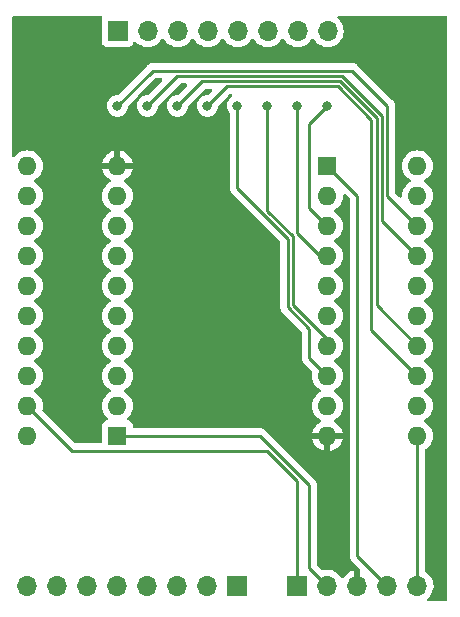
<source format=gbr>
%TF.GenerationSoftware,KiCad,Pcbnew,(6.0.9-0)*%
%TF.CreationDate,2022-12-20T01:23:05-08:00*%
%TF.ProjectId,OSKI8_REGISTER,4f534b49-385f-4524-9547-49535445522e,rev?*%
%TF.SameCoordinates,Original*%
%TF.FileFunction,Copper,L2,Bot*%
%TF.FilePolarity,Positive*%
%FSLAX46Y46*%
G04 Gerber Fmt 4.6, Leading zero omitted, Abs format (unit mm)*
G04 Created by KiCad (PCBNEW (6.0.9-0)) date 2022-12-20 01:23:05*
%MOMM*%
%LPD*%
G01*
G04 APERTURE LIST*
%TA.AperFunction,ComponentPad*%
%ADD10R,1.700000X1.700000*%
%TD*%
%TA.AperFunction,ComponentPad*%
%ADD11O,1.700000X1.700000*%
%TD*%
%TA.AperFunction,ComponentPad*%
%ADD12R,1.600000X1.600000*%
%TD*%
%TA.AperFunction,ComponentPad*%
%ADD13O,1.600000X1.600000*%
%TD*%
%TA.AperFunction,ViaPad*%
%ADD14C,0.800000*%
%TD*%
%TA.AperFunction,Conductor*%
%ADD15C,0.250000*%
%TD*%
G04 APERTURE END LIST*
D10*
%TO.P,DATA_BUS1,1,D0*%
%TO.N,/D0*%
X142255000Y-62230000D03*
D11*
%TO.P,DATA_BUS1,2,D1*%
%TO.N,/D1*%
X144795000Y-62230000D03*
%TO.P,DATA_BUS1,3,D2*%
%TO.N,/D2*%
X147335000Y-62230000D03*
%TO.P,DATA_BUS1,4,D3*%
%TO.N,/D3*%
X149875000Y-62230000D03*
%TO.P,DATA_BUS1,5,D4*%
%TO.N,/D4*%
X152415000Y-62230000D03*
%TO.P,DATA_BUS1,6,D5*%
%TO.N,/D5*%
X154955000Y-62230000D03*
%TO.P,DATA_BUS1,7,D6*%
%TO.N,/D6*%
X157495000Y-62230000D03*
%TO.P,DATA_BUS1,8,D7*%
%TO.N,/D7*%
X160035000Y-62230000D03*
%TD*%
D12*
%TO.P,U2,1,~{E}*%
%TO.N,~{RegWE}*%
X160020000Y-73660000D03*
D13*
%TO.P,U2,2,Q0*%
%TO.N,/R7*%
X160020000Y-76200000D03*
%TO.P,U2,3,D0*%
%TO.N,/D7*%
X160020000Y-78740000D03*
%TO.P,U2,4,D1*%
%TO.N,/D6*%
X160020000Y-81280000D03*
%TO.P,U2,5,Q1*%
%TO.N,/R6*%
X160020000Y-83820000D03*
%TO.P,U2,6,Q2*%
%TO.N,/R5*%
X160020000Y-86360000D03*
%TO.P,U2,7,D2*%
%TO.N,/D5*%
X160020000Y-88900000D03*
%TO.P,U2,8,D3*%
%TO.N,/D4*%
X160020000Y-91440000D03*
%TO.P,U2,9,Q3*%
%TO.N,/R4*%
X160020000Y-93980000D03*
%TO.P,U2,10,GND*%
%TO.N,GND*%
X160020000Y-96520000D03*
%TO.P,U2,11,CP*%
%TO.N,CLK*%
X167640000Y-96520000D03*
%TO.P,U2,12,Q4*%
%TO.N,/R3*%
X167640000Y-93980000D03*
%TO.P,U2,13,D4*%
%TO.N,/D3*%
X167640000Y-91440000D03*
%TO.P,U2,14,D5*%
%TO.N,/D2*%
X167640000Y-88900000D03*
%TO.P,U2,15,Q5*%
%TO.N,/R2*%
X167640000Y-86360000D03*
%TO.P,U2,16,Q6*%
%TO.N,/R1*%
X167640000Y-83820000D03*
%TO.P,U2,17,D6*%
%TO.N,/D1*%
X167640000Y-81280000D03*
%TO.P,U2,18,D7*%
%TO.N,/D0*%
X167640000Y-78740000D03*
%TO.P,U2,19,Q7*%
%TO.N,/R0*%
X167640000Y-76200000D03*
%TO.P,U2,20,VCC*%
%TO.N,+5V*%
X167640000Y-73660000D03*
%TD*%
D10*
%TO.P,CONTROL1,1,RegOE*%
%TO.N,RegOE*%
X157480000Y-109220000D03*
D11*
%TO.P,CONTROL1,2,~{RegWE}*%
%TO.N,+5V*%
X160020000Y-109220000D03*
%TO.P,CONTROL1,3,CLK*%
%TO.N,GND*%
X162560000Y-109220000D03*
%TO.P,CONTROL1,4,+5V*%
%TO.N,~{RegWE}*%
X165100000Y-109220000D03*
%TO.P,CONTROL1,5,GND*%
%TO.N,CLK*%
X167640000Y-109220000D03*
%TD*%
D10*
%TO.P,LED_OUT1,1,R0*%
%TO.N,Net-(LED_OUT1-Pad1)*%
X152400000Y-109220000D03*
D11*
%TO.P,LED_OUT1,2,R1*%
%TO.N,Net-(LED_OUT1-Pad2)*%
X149860000Y-109220000D03*
%TO.P,LED_OUT1,3,R2*%
%TO.N,Net-(LED_OUT1-Pad3)*%
X147320000Y-109220000D03*
%TO.P,LED_OUT1,4,R3*%
%TO.N,Net-(LED_OUT1-Pad4)*%
X144780000Y-109220000D03*
%TO.P,LED_OUT1,5,R4*%
%TO.N,Net-(LED_OUT1-Pad5)*%
X142240000Y-109220000D03*
%TO.P,LED_OUT1,6,R5*%
%TO.N,Net-(LED_OUT1-Pad6)*%
X139700000Y-109220000D03*
%TO.P,LED_OUT1,7,R6*%
%TO.N,Net-(LED_OUT1-Pad7)*%
X137160000Y-109220000D03*
%TO.P,LED_OUT1,8,R7*%
%TO.N,Net-(LED_OUT1-Pad8)*%
X134620000Y-109220000D03*
%TD*%
D12*
%TO.P,U1,1,A->B*%
%TO.N,+5V*%
X142240000Y-96520000D03*
D13*
%TO.P,U1,2,A0*%
%TO.N,/R7*%
X142240000Y-93980000D03*
%TO.P,U1,3,A1*%
%TO.N,/R6*%
X142240000Y-91440000D03*
%TO.P,U1,4,A2*%
%TO.N,/R5*%
X142240000Y-88900000D03*
%TO.P,U1,5,A3*%
%TO.N,/R4*%
X142240000Y-86360000D03*
%TO.P,U1,6,A4*%
%TO.N,/R3*%
X142240000Y-83820000D03*
%TO.P,U1,7,A5*%
%TO.N,/R2*%
X142240000Y-81280000D03*
%TO.P,U1,8,A6*%
%TO.N,/R1*%
X142240000Y-78740000D03*
%TO.P,U1,9,A7*%
%TO.N,/R0*%
X142240000Y-76200000D03*
%TO.P,U1,10,GND*%
%TO.N,GND*%
X142240000Y-73660000D03*
%TO.P,U1,11,B7*%
%TO.N,/D0*%
X134620000Y-73660000D03*
%TO.P,U1,12,B6*%
%TO.N,/D1*%
X134620000Y-76200000D03*
%TO.P,U1,13,B5*%
%TO.N,/D2*%
X134620000Y-78740000D03*
%TO.P,U1,14,B4*%
%TO.N,/D3*%
X134620000Y-81280000D03*
%TO.P,U1,15,B3*%
%TO.N,/D4*%
X134620000Y-83820000D03*
%TO.P,U1,16,B2*%
%TO.N,/D5*%
X134620000Y-86360000D03*
%TO.P,U1,17,B1*%
%TO.N,/D6*%
X134620000Y-88900000D03*
%TO.P,U1,18,B0*%
%TO.N,/D7*%
X134620000Y-91440000D03*
%TO.P,U1,19,CE*%
%TO.N,RegOE*%
X134620000Y-93980000D03*
%TO.P,U1,20,VCC*%
%TO.N,+5V*%
X134620000Y-96520000D03*
%TD*%
D14*
%TO.N,/D0*%
X142240000Y-68580000D03*
%TO.N,/D1*%
X144780000Y-68580000D03*
%TO.N,/D2*%
X147320000Y-68580000D03*
%TO.N,/D3*%
X149860000Y-68580000D03*
%TO.N,/D4*%
X152400000Y-68580000D03*
%TO.N,/D5*%
X154940000Y-68580000D03*
%TO.N,/D6*%
X157480000Y-68580000D03*
%TO.N,/D7*%
X160020000Y-68580000D03*
%TD*%
D15*
%TO.N,+5V*%
X154306396Y-96520000D02*
X158480000Y-100693604D01*
X158480000Y-100693604D02*
X158480000Y-107680000D01*
X142240000Y-96520000D02*
X154306396Y-96520000D01*
X158480000Y-107680000D02*
X160020000Y-109220000D01*
%TO.N,/D0*%
X165100000Y-68580000D02*
X162110000Y-65590000D01*
X145230000Y-65590000D02*
X142240000Y-68580000D01*
X165100000Y-76200000D02*
X165100000Y-68580000D01*
X162110000Y-65590000D02*
X145230000Y-65590000D01*
X167640000Y-78740000D02*
X165100000Y-76200000D01*
%TO.N,/D1*%
X164650000Y-78290000D02*
X164650000Y-69400000D01*
X167640000Y-81280000D02*
X164650000Y-78290000D01*
X161290000Y-66040000D02*
X147320000Y-66040000D01*
X164650000Y-69400000D02*
X161290000Y-66040000D01*
X147320000Y-66040000D02*
X144780000Y-68580000D01*
%TO.N,/D2*%
X164200000Y-69586396D02*
X161103604Y-66490000D01*
X164200000Y-85460000D02*
X164200000Y-69586396D01*
X149410000Y-66490000D02*
X147320000Y-68580000D01*
X167640000Y-88900000D02*
X164200000Y-85460000D01*
X161103604Y-66490000D02*
X149410000Y-66490000D01*
%TO.N,/D3*%
X163750000Y-87550000D02*
X163750000Y-69772792D01*
X160917208Y-66940000D02*
X151500000Y-66940000D01*
X151500000Y-66940000D02*
X149860000Y-68580000D01*
X167640000Y-91440000D02*
X163750000Y-87550000D01*
X163750000Y-69772792D02*
X160917208Y-66940000D01*
%TO.N,/D4*%
X152400000Y-75569188D02*
X152400000Y-68580000D01*
X158495000Y-89915000D02*
X158495000Y-87462386D01*
X156657208Y-85624594D02*
X156657208Y-79826396D01*
X156657208Y-79826396D02*
X152400000Y-75569188D01*
X158495000Y-87462386D02*
X156657208Y-85624594D01*
X160020000Y-91440000D02*
X158495000Y-89915000D01*
%TO.N,/D5*%
X157107208Y-85438198D02*
X157107208Y-79640000D01*
X157107208Y-79640000D02*
X154940000Y-77472792D01*
X154940000Y-77472792D02*
X154940000Y-68580000D01*
X160020000Y-88900000D02*
X160020000Y-88350990D01*
X160020000Y-88350990D02*
X157107208Y-85438198D01*
%TO.N,/D6*%
X159383604Y-81280000D02*
X157480000Y-79376396D01*
X160020000Y-81280000D02*
X159383604Y-81280000D01*
X157480000Y-79376396D02*
X157480000Y-68580000D01*
%TO.N,/D7*%
X160020000Y-78740000D02*
X158495000Y-77215000D01*
X158495000Y-70105000D02*
X160020000Y-68580000D01*
X158495000Y-77215000D02*
X158495000Y-70105000D01*
%TO.N,RegOE*%
X157480000Y-109220000D02*
X157480000Y-100330000D01*
X157480000Y-100330000D02*
X154940000Y-97790000D01*
X138430000Y-97790000D02*
X134620000Y-93980000D01*
X154940000Y-97790000D02*
X138430000Y-97790000D01*
%TO.N,~{RegWE}*%
X160020000Y-73660000D02*
X162560000Y-76200000D01*
X162560000Y-106680000D02*
X165100000Y-109220000D01*
X162560000Y-76200000D02*
X162560000Y-106680000D01*
%TO.N,CLK*%
X167640000Y-96520000D02*
X167640000Y-109220000D01*
%TD*%
%TA.AperFunction,Conductor*%
%TO.N,GND*%
G36*
X140906202Y-60980002D02*
G01*
X140952695Y-61033658D01*
X140962799Y-61103932D01*
X140953161Y-61132836D01*
X140954385Y-61133295D01*
X140903255Y-61269684D01*
X140896500Y-61331866D01*
X140896500Y-63128134D01*
X140903255Y-63190316D01*
X140954385Y-63326705D01*
X141041739Y-63443261D01*
X141158295Y-63530615D01*
X141294684Y-63581745D01*
X141356866Y-63588500D01*
X143153134Y-63588500D01*
X143215316Y-63581745D01*
X143351705Y-63530615D01*
X143468261Y-63443261D01*
X143555615Y-63326705D01*
X143577799Y-63267529D01*
X143599598Y-63209382D01*
X143642240Y-63152618D01*
X143708802Y-63127918D01*
X143778150Y-63143126D01*
X143812817Y-63171114D01*
X143841250Y-63203938D01*
X144013126Y-63346632D01*
X144206000Y-63459338D01*
X144414692Y-63539030D01*
X144419760Y-63540061D01*
X144419763Y-63540062D01*
X144527017Y-63561883D01*
X144633597Y-63583567D01*
X144638772Y-63583757D01*
X144638774Y-63583757D01*
X144851673Y-63591564D01*
X144851677Y-63591564D01*
X144856837Y-63591753D01*
X144861957Y-63591097D01*
X144861959Y-63591097D01*
X145073288Y-63564025D01*
X145073289Y-63564025D01*
X145078416Y-63563368D01*
X145083366Y-63561883D01*
X145287429Y-63500661D01*
X145287434Y-63500659D01*
X145292384Y-63499174D01*
X145492994Y-63400896D01*
X145674860Y-63271173D01*
X145833096Y-63113489D01*
X145963453Y-62932077D01*
X145964776Y-62933028D01*
X146011645Y-62889857D01*
X146081580Y-62877625D01*
X146147026Y-62905144D01*
X146174875Y-62936994D01*
X146234987Y-63035088D01*
X146381250Y-63203938D01*
X146553126Y-63346632D01*
X146746000Y-63459338D01*
X146954692Y-63539030D01*
X146959760Y-63540061D01*
X146959763Y-63540062D01*
X147067017Y-63561883D01*
X147173597Y-63583567D01*
X147178772Y-63583757D01*
X147178774Y-63583757D01*
X147391673Y-63591564D01*
X147391677Y-63591564D01*
X147396837Y-63591753D01*
X147401957Y-63591097D01*
X147401959Y-63591097D01*
X147613288Y-63564025D01*
X147613289Y-63564025D01*
X147618416Y-63563368D01*
X147623366Y-63561883D01*
X147827429Y-63500661D01*
X147827434Y-63500659D01*
X147832384Y-63499174D01*
X148032994Y-63400896D01*
X148214860Y-63271173D01*
X148373096Y-63113489D01*
X148503453Y-62932077D01*
X148504776Y-62933028D01*
X148551645Y-62889857D01*
X148621580Y-62877625D01*
X148687026Y-62905144D01*
X148714875Y-62936994D01*
X148774987Y-63035088D01*
X148921250Y-63203938D01*
X149093126Y-63346632D01*
X149286000Y-63459338D01*
X149494692Y-63539030D01*
X149499760Y-63540061D01*
X149499763Y-63540062D01*
X149607017Y-63561883D01*
X149713597Y-63583567D01*
X149718772Y-63583757D01*
X149718774Y-63583757D01*
X149931673Y-63591564D01*
X149931677Y-63591564D01*
X149936837Y-63591753D01*
X149941957Y-63591097D01*
X149941959Y-63591097D01*
X150153288Y-63564025D01*
X150153289Y-63564025D01*
X150158416Y-63563368D01*
X150163366Y-63561883D01*
X150367429Y-63500661D01*
X150367434Y-63500659D01*
X150372384Y-63499174D01*
X150572994Y-63400896D01*
X150754860Y-63271173D01*
X150913096Y-63113489D01*
X151043453Y-62932077D01*
X151044776Y-62933028D01*
X151091645Y-62889857D01*
X151161580Y-62877625D01*
X151227026Y-62905144D01*
X151254875Y-62936994D01*
X151314987Y-63035088D01*
X151461250Y-63203938D01*
X151633126Y-63346632D01*
X151826000Y-63459338D01*
X152034692Y-63539030D01*
X152039760Y-63540061D01*
X152039763Y-63540062D01*
X152147017Y-63561883D01*
X152253597Y-63583567D01*
X152258772Y-63583757D01*
X152258774Y-63583757D01*
X152471673Y-63591564D01*
X152471677Y-63591564D01*
X152476837Y-63591753D01*
X152481957Y-63591097D01*
X152481959Y-63591097D01*
X152693288Y-63564025D01*
X152693289Y-63564025D01*
X152698416Y-63563368D01*
X152703366Y-63561883D01*
X152907429Y-63500661D01*
X152907434Y-63500659D01*
X152912384Y-63499174D01*
X153112994Y-63400896D01*
X153294860Y-63271173D01*
X153453096Y-63113489D01*
X153583453Y-62932077D01*
X153584776Y-62933028D01*
X153631645Y-62889857D01*
X153701580Y-62877625D01*
X153767026Y-62905144D01*
X153794875Y-62936994D01*
X153854987Y-63035088D01*
X154001250Y-63203938D01*
X154173126Y-63346632D01*
X154366000Y-63459338D01*
X154574692Y-63539030D01*
X154579760Y-63540061D01*
X154579763Y-63540062D01*
X154687017Y-63561883D01*
X154793597Y-63583567D01*
X154798772Y-63583757D01*
X154798774Y-63583757D01*
X155011673Y-63591564D01*
X155011677Y-63591564D01*
X155016837Y-63591753D01*
X155021957Y-63591097D01*
X155021959Y-63591097D01*
X155233288Y-63564025D01*
X155233289Y-63564025D01*
X155238416Y-63563368D01*
X155243366Y-63561883D01*
X155447429Y-63500661D01*
X155447434Y-63500659D01*
X155452384Y-63499174D01*
X155652994Y-63400896D01*
X155834860Y-63271173D01*
X155993096Y-63113489D01*
X156123453Y-62932077D01*
X156124776Y-62933028D01*
X156171645Y-62889857D01*
X156241580Y-62877625D01*
X156307026Y-62905144D01*
X156334875Y-62936994D01*
X156394987Y-63035088D01*
X156541250Y-63203938D01*
X156713126Y-63346632D01*
X156906000Y-63459338D01*
X157114692Y-63539030D01*
X157119760Y-63540061D01*
X157119763Y-63540062D01*
X157227017Y-63561883D01*
X157333597Y-63583567D01*
X157338772Y-63583757D01*
X157338774Y-63583757D01*
X157551673Y-63591564D01*
X157551677Y-63591564D01*
X157556837Y-63591753D01*
X157561957Y-63591097D01*
X157561959Y-63591097D01*
X157773288Y-63564025D01*
X157773289Y-63564025D01*
X157778416Y-63563368D01*
X157783366Y-63561883D01*
X157987429Y-63500661D01*
X157987434Y-63500659D01*
X157992384Y-63499174D01*
X158192994Y-63400896D01*
X158374860Y-63271173D01*
X158533096Y-63113489D01*
X158663453Y-62932077D01*
X158664776Y-62933028D01*
X158711645Y-62889857D01*
X158781580Y-62877625D01*
X158847026Y-62905144D01*
X158874875Y-62936994D01*
X158934987Y-63035088D01*
X159081250Y-63203938D01*
X159253126Y-63346632D01*
X159446000Y-63459338D01*
X159654692Y-63539030D01*
X159659760Y-63540061D01*
X159659763Y-63540062D01*
X159767017Y-63561883D01*
X159873597Y-63583567D01*
X159878772Y-63583757D01*
X159878774Y-63583757D01*
X160091673Y-63591564D01*
X160091677Y-63591564D01*
X160096837Y-63591753D01*
X160101957Y-63591097D01*
X160101959Y-63591097D01*
X160313288Y-63564025D01*
X160313289Y-63564025D01*
X160318416Y-63563368D01*
X160323366Y-63561883D01*
X160527429Y-63500661D01*
X160527434Y-63500659D01*
X160532384Y-63499174D01*
X160732994Y-63400896D01*
X160914860Y-63271173D01*
X161073096Y-63113489D01*
X161203453Y-62932077D01*
X161224320Y-62889857D01*
X161300136Y-62736453D01*
X161300137Y-62736451D01*
X161302430Y-62731811D01*
X161367370Y-62518069D01*
X161396529Y-62296590D01*
X161398156Y-62230000D01*
X161379852Y-62007361D01*
X161325431Y-61790702D01*
X161236354Y-61585840D01*
X161115014Y-61398277D01*
X160964670Y-61233051D01*
X160903677Y-61184881D01*
X160862615Y-61126964D01*
X160859383Y-61056041D01*
X160895009Y-60994630D01*
X160958180Y-60962228D01*
X160981770Y-60960000D01*
X170054000Y-60960000D01*
X170122121Y-60980002D01*
X170168614Y-61033658D01*
X170180000Y-61086000D01*
X170180000Y-110364000D01*
X170159998Y-110432121D01*
X170106342Y-110478614D01*
X170054000Y-110490000D01*
X168592680Y-110490000D01*
X168524559Y-110469998D01*
X168478066Y-110416342D01*
X168467962Y-110346068D01*
X168497456Y-110281488D01*
X168512189Y-110268089D01*
X168511702Y-110267513D01*
X168515657Y-110264171D01*
X168519860Y-110261173D01*
X168678096Y-110103489D01*
X168691919Y-110084253D01*
X168805435Y-109926277D01*
X168808453Y-109922077D01*
X168821995Y-109894678D01*
X168905136Y-109726453D01*
X168905137Y-109726451D01*
X168907430Y-109721811D01*
X168972370Y-109508069D01*
X169001529Y-109286590D01*
X169003156Y-109220000D01*
X168984852Y-108997361D01*
X168930431Y-108780702D01*
X168841354Y-108575840D01*
X168720014Y-108388277D01*
X168569670Y-108223051D01*
X168565619Y-108219852D01*
X168565615Y-108219848D01*
X168398414Y-108087800D01*
X168398410Y-108087798D01*
X168394359Y-108084598D01*
X168389835Y-108082101D01*
X168389831Y-108082098D01*
X168338608Y-108053822D01*
X168288636Y-108003390D01*
X168273500Y-107943513D01*
X168273500Y-97739394D01*
X168293502Y-97671273D01*
X168327229Y-97636181D01*
X168479789Y-97529357D01*
X168479792Y-97529355D01*
X168484300Y-97526198D01*
X168646198Y-97364300D01*
X168777523Y-97176749D01*
X168779846Y-97171767D01*
X168779849Y-97171762D01*
X168871961Y-96974225D01*
X168871961Y-96974224D01*
X168874284Y-96969243D01*
X168922970Y-96787548D01*
X168932119Y-96753402D01*
X168932119Y-96753400D01*
X168933543Y-96748087D01*
X168953498Y-96520000D01*
X168933543Y-96291913D01*
X168874284Y-96070757D01*
X168860591Y-96041392D01*
X168779849Y-95868238D01*
X168779846Y-95868233D01*
X168777523Y-95863251D01*
X168646198Y-95675700D01*
X168484300Y-95513802D01*
X168479792Y-95510645D01*
X168479789Y-95510643D01*
X168401611Y-95455902D01*
X168296749Y-95382477D01*
X168291767Y-95380154D01*
X168291762Y-95380151D01*
X168257543Y-95364195D01*
X168204258Y-95317278D01*
X168184797Y-95249001D01*
X168205339Y-95181041D01*
X168257543Y-95135805D01*
X168291762Y-95119849D01*
X168291767Y-95119846D01*
X168296749Y-95117523D01*
X168465289Y-94999510D01*
X168479789Y-94989357D01*
X168479792Y-94989355D01*
X168484300Y-94986198D01*
X168646198Y-94824300D01*
X168777523Y-94636749D01*
X168779846Y-94631767D01*
X168779849Y-94631762D01*
X168871961Y-94434225D01*
X168871961Y-94434224D01*
X168874284Y-94429243D01*
X168900626Y-94330936D01*
X168932119Y-94213402D01*
X168932119Y-94213400D01*
X168933543Y-94208087D01*
X168953498Y-93980000D01*
X168933543Y-93751913D01*
X168874284Y-93530757D01*
X168871961Y-93525775D01*
X168779849Y-93328238D01*
X168779846Y-93328233D01*
X168777523Y-93323251D01*
X168646198Y-93135700D01*
X168484300Y-92973802D01*
X168479792Y-92970645D01*
X168479789Y-92970643D01*
X168401611Y-92915902D01*
X168296749Y-92842477D01*
X168291767Y-92840154D01*
X168291762Y-92840151D01*
X168257543Y-92824195D01*
X168204258Y-92777278D01*
X168184797Y-92709001D01*
X168205339Y-92641041D01*
X168257543Y-92595805D01*
X168291762Y-92579849D01*
X168291767Y-92579846D01*
X168296749Y-92577523D01*
X168401611Y-92504098D01*
X168479789Y-92449357D01*
X168479792Y-92449355D01*
X168484300Y-92446198D01*
X168646198Y-92284300D01*
X168777523Y-92096749D01*
X168779846Y-92091767D01*
X168779849Y-92091762D01*
X168871961Y-91894225D01*
X168871961Y-91894224D01*
X168874284Y-91889243D01*
X168933543Y-91668087D01*
X168953498Y-91440000D01*
X168933543Y-91211913D01*
X168932117Y-91206591D01*
X168875707Y-90996067D01*
X168875706Y-90996065D01*
X168874284Y-90990757D01*
X168871961Y-90985775D01*
X168779849Y-90788238D01*
X168779846Y-90788233D01*
X168777523Y-90783251D01*
X168646198Y-90595700D01*
X168484300Y-90433802D01*
X168479792Y-90430645D01*
X168479789Y-90430643D01*
X168358469Y-90345694D01*
X168296749Y-90302477D01*
X168291767Y-90300154D01*
X168291762Y-90300151D01*
X168257543Y-90284195D01*
X168204258Y-90237278D01*
X168184797Y-90169001D01*
X168205339Y-90101041D01*
X168257543Y-90055805D01*
X168291762Y-90039849D01*
X168291767Y-90039846D01*
X168296749Y-90037523D01*
X168420471Y-89950892D01*
X168479789Y-89909357D01*
X168479792Y-89909355D01*
X168484300Y-89906198D01*
X168646198Y-89744300D01*
X168777523Y-89556749D01*
X168779846Y-89551767D01*
X168779849Y-89551762D01*
X168871961Y-89354225D01*
X168871961Y-89354224D01*
X168874284Y-89349243D01*
X168933543Y-89128087D01*
X168953498Y-88900000D01*
X168933543Y-88671913D01*
X168932117Y-88666591D01*
X168875707Y-88456067D01*
X168875706Y-88456065D01*
X168874284Y-88450757D01*
X168871961Y-88445775D01*
X168779849Y-88248238D01*
X168779846Y-88248233D01*
X168777523Y-88243251D01*
X168646198Y-88055700D01*
X168484300Y-87893802D01*
X168479792Y-87890645D01*
X168479789Y-87890643D01*
X168317461Y-87776980D01*
X168296749Y-87762477D01*
X168291767Y-87760154D01*
X168291762Y-87760151D01*
X168257543Y-87744195D01*
X168204258Y-87697278D01*
X168184797Y-87629001D01*
X168205339Y-87561041D01*
X168257543Y-87515805D01*
X168291762Y-87499849D01*
X168291767Y-87499846D01*
X168296749Y-87497523D01*
X168401611Y-87424098D01*
X168479789Y-87369357D01*
X168479792Y-87369355D01*
X168484300Y-87366198D01*
X168646198Y-87204300D01*
X168777523Y-87016749D01*
X168779846Y-87011767D01*
X168779849Y-87011762D01*
X168871961Y-86814225D01*
X168871961Y-86814224D01*
X168874284Y-86809243D01*
X168933543Y-86588087D01*
X168953498Y-86360000D01*
X168933543Y-86131913D01*
X168932119Y-86126598D01*
X168875707Y-85916067D01*
X168875706Y-85916065D01*
X168874284Y-85910757D01*
X168871961Y-85905775D01*
X168779849Y-85708238D01*
X168779846Y-85708233D01*
X168777523Y-85703251D01*
X168646198Y-85515700D01*
X168484300Y-85353802D01*
X168479792Y-85350645D01*
X168479789Y-85350643D01*
X168401611Y-85295902D01*
X168296749Y-85222477D01*
X168291767Y-85220154D01*
X168291762Y-85220151D01*
X168257543Y-85204195D01*
X168204258Y-85157278D01*
X168184797Y-85089001D01*
X168205339Y-85021041D01*
X168257543Y-84975805D01*
X168291762Y-84959849D01*
X168291767Y-84959846D01*
X168296749Y-84957523D01*
X168401611Y-84884098D01*
X168479789Y-84829357D01*
X168479792Y-84829355D01*
X168484300Y-84826198D01*
X168646198Y-84664300D01*
X168777523Y-84476749D01*
X168779846Y-84471767D01*
X168779849Y-84471762D01*
X168871961Y-84274225D01*
X168871961Y-84274224D01*
X168874284Y-84269243D01*
X168933543Y-84048087D01*
X168953498Y-83820000D01*
X168933543Y-83591913D01*
X168874284Y-83370757D01*
X168871961Y-83365775D01*
X168779849Y-83168238D01*
X168779846Y-83168233D01*
X168777523Y-83163251D01*
X168646198Y-82975700D01*
X168484300Y-82813802D01*
X168479792Y-82810645D01*
X168479789Y-82810643D01*
X168401611Y-82755902D01*
X168296749Y-82682477D01*
X168291767Y-82680154D01*
X168291762Y-82680151D01*
X168257543Y-82664195D01*
X168204258Y-82617278D01*
X168184797Y-82549001D01*
X168205339Y-82481041D01*
X168257543Y-82435805D01*
X168291762Y-82419849D01*
X168291767Y-82419846D01*
X168296749Y-82417523D01*
X168401611Y-82344098D01*
X168479789Y-82289357D01*
X168479792Y-82289355D01*
X168484300Y-82286198D01*
X168646198Y-82124300D01*
X168777523Y-81936749D01*
X168779846Y-81931767D01*
X168779849Y-81931762D01*
X168871961Y-81734225D01*
X168871961Y-81734224D01*
X168874284Y-81729243D01*
X168920900Y-81555273D01*
X168932119Y-81513402D01*
X168932119Y-81513400D01*
X168933543Y-81508087D01*
X168953498Y-81280000D01*
X168933543Y-81051913D01*
X168932117Y-81046591D01*
X168875707Y-80836067D01*
X168875706Y-80836065D01*
X168874284Y-80830757D01*
X168871961Y-80825775D01*
X168779849Y-80628238D01*
X168779846Y-80628233D01*
X168777523Y-80623251D01*
X168646198Y-80435700D01*
X168484300Y-80273802D01*
X168479792Y-80270645D01*
X168479789Y-80270643D01*
X168340283Y-80172960D01*
X168296749Y-80142477D01*
X168291767Y-80140154D01*
X168291762Y-80140151D01*
X168257543Y-80124195D01*
X168204258Y-80077278D01*
X168184797Y-80009001D01*
X168205339Y-79941041D01*
X168257543Y-79895805D01*
X168291762Y-79879849D01*
X168291767Y-79879846D01*
X168296749Y-79877523D01*
X168401611Y-79804098D01*
X168479789Y-79749357D01*
X168479792Y-79749355D01*
X168484300Y-79746198D01*
X168646198Y-79584300D01*
X168650351Y-79578370D01*
X168774366Y-79401257D01*
X168777523Y-79396749D01*
X168779846Y-79391767D01*
X168779849Y-79391762D01*
X168871961Y-79194225D01*
X168871961Y-79194224D01*
X168874284Y-79189243D01*
X168933543Y-78968087D01*
X168953498Y-78740000D01*
X168933543Y-78511913D01*
X168925900Y-78483388D01*
X168875707Y-78296067D01*
X168875706Y-78296065D01*
X168874284Y-78290757D01*
X168822264Y-78179198D01*
X168779849Y-78088238D01*
X168779846Y-78088233D01*
X168777523Y-78083251D01*
X168646198Y-77895700D01*
X168484300Y-77733802D01*
X168479792Y-77730645D01*
X168479789Y-77730643D01*
X168401611Y-77675902D01*
X168296749Y-77602477D01*
X168291767Y-77600154D01*
X168291762Y-77600151D01*
X168257543Y-77584195D01*
X168204258Y-77537278D01*
X168184797Y-77469001D01*
X168205339Y-77401041D01*
X168257543Y-77355805D01*
X168291762Y-77339849D01*
X168291767Y-77339846D01*
X168296749Y-77337523D01*
X168478318Y-77210387D01*
X168479789Y-77209357D01*
X168479792Y-77209355D01*
X168484300Y-77206198D01*
X168646198Y-77044300D01*
X168777523Y-76856749D01*
X168779846Y-76851767D01*
X168779849Y-76851762D01*
X168871961Y-76654225D01*
X168871961Y-76654224D01*
X168874284Y-76649243D01*
X168910364Y-76514594D01*
X168932119Y-76433402D01*
X168932119Y-76433400D01*
X168933543Y-76428087D01*
X168953498Y-76200000D01*
X168933543Y-75971913D01*
X168928669Y-75953723D01*
X168875707Y-75756067D01*
X168875706Y-75756065D01*
X168874284Y-75750757D01*
X168871961Y-75745775D01*
X168779849Y-75548238D01*
X168779846Y-75548233D01*
X168777523Y-75543251D01*
X168646198Y-75355700D01*
X168484300Y-75193802D01*
X168479792Y-75190645D01*
X168479789Y-75190643D01*
X168401611Y-75135902D01*
X168296749Y-75062477D01*
X168291767Y-75060154D01*
X168291762Y-75060151D01*
X168257543Y-75044195D01*
X168204258Y-74997278D01*
X168184797Y-74929001D01*
X168205339Y-74861041D01*
X168257543Y-74815805D01*
X168291762Y-74799849D01*
X168291767Y-74799846D01*
X168296749Y-74797523D01*
X168401611Y-74724098D01*
X168479789Y-74669357D01*
X168479792Y-74669355D01*
X168484300Y-74666198D01*
X168646198Y-74504300D01*
X168777523Y-74316749D01*
X168779846Y-74311767D01*
X168779849Y-74311762D01*
X168871961Y-74114225D01*
X168871961Y-74114224D01*
X168874284Y-74109243D01*
X168933543Y-73888087D01*
X168953498Y-73660000D01*
X168933543Y-73431913D01*
X168923244Y-73393478D01*
X168875707Y-73216067D01*
X168875706Y-73216065D01*
X168874284Y-73210757D01*
X168779966Y-73008489D01*
X168779849Y-73008238D01*
X168779846Y-73008233D01*
X168777523Y-73003251D01*
X168646198Y-72815700D01*
X168484300Y-72653802D01*
X168479792Y-72650645D01*
X168479789Y-72650643D01*
X168401611Y-72595902D01*
X168296749Y-72522477D01*
X168291767Y-72520154D01*
X168291762Y-72520151D01*
X168094225Y-72428039D01*
X168094224Y-72428039D01*
X168089243Y-72425716D01*
X168083935Y-72424294D01*
X168083933Y-72424293D01*
X167873402Y-72367881D01*
X167873400Y-72367881D01*
X167868087Y-72366457D01*
X167640000Y-72346502D01*
X167411913Y-72366457D01*
X167406600Y-72367881D01*
X167406598Y-72367881D01*
X167196067Y-72424293D01*
X167196065Y-72424294D01*
X167190757Y-72425716D01*
X167185776Y-72428039D01*
X167185775Y-72428039D01*
X166988238Y-72520151D01*
X166988233Y-72520154D01*
X166983251Y-72522477D01*
X166878389Y-72595902D01*
X166800211Y-72650643D01*
X166800208Y-72650645D01*
X166795700Y-72653802D01*
X166633802Y-72815700D01*
X166502477Y-73003251D01*
X166500154Y-73008233D01*
X166500151Y-73008238D01*
X166500034Y-73008489D01*
X166405716Y-73210757D01*
X166404294Y-73216065D01*
X166404293Y-73216067D01*
X166356756Y-73393478D01*
X166346457Y-73431913D01*
X166326502Y-73660000D01*
X166346457Y-73888087D01*
X166405716Y-74109243D01*
X166408039Y-74114224D01*
X166408039Y-74114225D01*
X166500151Y-74311762D01*
X166500154Y-74311767D01*
X166502477Y-74316749D01*
X166633802Y-74504300D01*
X166795700Y-74666198D01*
X166800208Y-74669355D01*
X166800211Y-74669357D01*
X166878389Y-74724098D01*
X166983251Y-74797523D01*
X166988233Y-74799846D01*
X166988238Y-74799849D01*
X167022457Y-74815805D01*
X167075742Y-74862722D01*
X167095203Y-74930999D01*
X167074661Y-74998959D01*
X167022457Y-75044195D01*
X166988238Y-75060151D01*
X166988233Y-75060154D01*
X166983251Y-75062477D01*
X166878389Y-75135902D01*
X166800211Y-75190643D01*
X166800208Y-75190645D01*
X166795700Y-75193802D01*
X166633802Y-75355700D01*
X166502477Y-75543251D01*
X166500154Y-75548233D01*
X166500151Y-75548238D01*
X166408039Y-75745775D01*
X166405716Y-75750757D01*
X166404294Y-75756065D01*
X166404293Y-75756067D01*
X166351331Y-75953723D01*
X166346457Y-75971913D01*
X166326502Y-76200000D01*
X166326981Y-76205475D01*
X166326981Y-76205485D01*
X166328026Y-76217428D01*
X166314038Y-76287033D01*
X166264639Y-76338026D01*
X166195514Y-76354217D01*
X166128608Y-76330465D01*
X166113411Y-76317506D01*
X165770405Y-75974500D01*
X165736379Y-75912188D01*
X165733500Y-75885405D01*
X165733500Y-68658768D01*
X165734027Y-68647585D01*
X165735702Y-68640092D01*
X165733562Y-68572001D01*
X165733500Y-68568044D01*
X165733500Y-68540144D01*
X165732996Y-68536153D01*
X165732063Y-68524311D01*
X165730923Y-68488036D01*
X165730674Y-68480111D01*
X165725021Y-68460652D01*
X165721012Y-68441293D01*
X165720846Y-68439983D01*
X165718474Y-68421203D01*
X165715558Y-68413837D01*
X165715556Y-68413831D01*
X165702200Y-68380098D01*
X165698355Y-68368868D01*
X165688230Y-68334017D01*
X165688230Y-68334016D01*
X165686019Y-68326407D01*
X165675705Y-68308966D01*
X165667008Y-68291213D01*
X165662472Y-68279758D01*
X165659552Y-68272383D01*
X165633563Y-68236612D01*
X165627047Y-68226692D01*
X165616255Y-68208444D01*
X165604542Y-68188638D01*
X165590221Y-68174317D01*
X165577380Y-68159283D01*
X165570131Y-68149306D01*
X165565472Y-68142893D01*
X165531395Y-68114702D01*
X165522616Y-68106712D01*
X162613652Y-65197747D01*
X162606112Y-65189461D01*
X162602000Y-65182982D01*
X162552348Y-65136356D01*
X162549507Y-65133602D01*
X162529770Y-65113865D01*
X162526573Y-65111385D01*
X162517551Y-65103680D01*
X162513397Y-65099779D01*
X162485321Y-65073414D01*
X162478375Y-65069595D01*
X162478372Y-65069593D01*
X162467566Y-65063652D01*
X162451047Y-65052801D01*
X162450583Y-65052441D01*
X162435041Y-65040386D01*
X162427772Y-65037241D01*
X162427768Y-65037238D01*
X162394463Y-65022826D01*
X162383813Y-65017609D01*
X162345060Y-64996305D01*
X162325437Y-64991267D01*
X162306734Y-64984863D01*
X162295420Y-64979967D01*
X162295419Y-64979967D01*
X162288145Y-64976819D01*
X162280322Y-64975580D01*
X162280312Y-64975577D01*
X162244476Y-64969901D01*
X162232856Y-64967495D01*
X162197711Y-64958472D01*
X162197710Y-64958472D01*
X162190030Y-64956500D01*
X162169776Y-64956500D01*
X162150065Y-64954949D01*
X162137886Y-64953020D01*
X162130057Y-64951780D01*
X162100786Y-64954547D01*
X162086039Y-64955941D01*
X162074181Y-64956500D01*
X145308768Y-64956500D01*
X145297585Y-64955973D01*
X145290092Y-64954298D01*
X145282166Y-64954547D01*
X145282165Y-64954547D01*
X145222002Y-64956438D01*
X145218044Y-64956500D01*
X145190144Y-64956500D01*
X145186154Y-64957004D01*
X145174320Y-64957936D01*
X145130111Y-64959326D01*
X145122495Y-64961539D01*
X145122493Y-64961539D01*
X145110652Y-64964979D01*
X145091293Y-64968988D01*
X145089983Y-64969154D01*
X145071203Y-64971526D01*
X145063837Y-64974442D01*
X145063831Y-64974444D01*
X145030098Y-64987800D01*
X145018868Y-64991645D01*
X145002828Y-64996305D01*
X144976407Y-65003981D01*
X144969584Y-65008016D01*
X144958966Y-65014295D01*
X144941213Y-65022992D01*
X144933568Y-65026019D01*
X144922383Y-65030448D01*
X144908705Y-65040386D01*
X144886612Y-65056437D01*
X144876695Y-65062951D01*
X144838638Y-65085458D01*
X144824317Y-65099779D01*
X144809284Y-65112619D01*
X144792893Y-65124528D01*
X144784217Y-65135016D01*
X144764702Y-65158605D01*
X144756712Y-65167384D01*
X142289500Y-67634595D01*
X142227188Y-67668621D01*
X142200405Y-67671500D01*
X142144513Y-67671500D01*
X142138061Y-67672872D01*
X142138056Y-67672872D01*
X142051112Y-67691353D01*
X141957712Y-67711206D01*
X141951682Y-67713891D01*
X141951681Y-67713891D01*
X141789278Y-67786197D01*
X141789276Y-67786198D01*
X141783248Y-67788882D01*
X141628747Y-67901134D01*
X141500960Y-68043056D01*
X141497659Y-68048774D01*
X141412968Y-68195463D01*
X141405473Y-68208444D01*
X141346458Y-68390072D01*
X141345768Y-68396633D01*
X141345768Y-68396635D01*
X141340040Y-68451133D01*
X141326496Y-68580000D01*
X141346458Y-68769928D01*
X141405473Y-68951556D01*
X141500960Y-69116944D01*
X141628747Y-69258866D01*
X141783248Y-69371118D01*
X141789276Y-69373802D01*
X141789278Y-69373803D01*
X141869514Y-69409526D01*
X141957712Y-69448794D01*
X142051112Y-69468647D01*
X142138056Y-69487128D01*
X142138061Y-69487128D01*
X142144513Y-69488500D01*
X142335487Y-69488500D01*
X142341939Y-69487128D01*
X142341944Y-69487128D01*
X142428888Y-69468647D01*
X142522288Y-69448794D01*
X142610486Y-69409526D01*
X142690722Y-69373803D01*
X142690724Y-69373802D01*
X142696752Y-69371118D01*
X142851253Y-69258866D01*
X142979040Y-69116944D01*
X143074527Y-68951556D01*
X143133542Y-68769928D01*
X143150907Y-68604706D01*
X143177920Y-68539050D01*
X143187122Y-68528782D01*
X143966498Y-67749406D01*
X143989852Y-67736654D01*
X143995674Y-67721699D01*
X144006359Y-67709545D01*
X145455499Y-66260405D01*
X145517811Y-66226379D01*
X145544594Y-66223500D01*
X145936405Y-66223500D01*
X146004526Y-66243502D01*
X146051019Y-66297158D01*
X146061123Y-66367432D01*
X146031629Y-66432012D01*
X146025500Y-66438595D01*
X144829500Y-67634595D01*
X144767188Y-67668621D01*
X144740405Y-67671500D01*
X144684513Y-67671500D01*
X144678061Y-67672872D01*
X144678056Y-67672872D01*
X144591112Y-67691353D01*
X144497712Y-67711206D01*
X144491682Y-67713891D01*
X144491681Y-67713891D01*
X144329278Y-67786197D01*
X144329276Y-67786198D01*
X144323248Y-67788882D01*
X144317907Y-67792762D01*
X144317906Y-67792763D01*
X144169515Y-67900576D01*
X144163450Y-67902740D01*
X144149229Y-67922811D01*
X144040960Y-68043056D01*
X144037659Y-68048774D01*
X143952968Y-68195463D01*
X143945473Y-68208444D01*
X143886458Y-68390072D01*
X143885768Y-68396633D01*
X143885768Y-68396635D01*
X143880040Y-68451133D01*
X143866496Y-68580000D01*
X143886458Y-68769928D01*
X143945473Y-68951556D01*
X144040960Y-69116944D01*
X144168747Y-69258866D01*
X144323248Y-69371118D01*
X144329276Y-69373802D01*
X144329278Y-69373803D01*
X144409514Y-69409526D01*
X144497712Y-69448794D01*
X144591112Y-69468647D01*
X144678056Y-69487128D01*
X144678061Y-69487128D01*
X144684513Y-69488500D01*
X144875487Y-69488500D01*
X144881939Y-69487128D01*
X144881944Y-69487128D01*
X144968888Y-69468647D01*
X145062288Y-69448794D01*
X145150486Y-69409526D01*
X145230722Y-69373803D01*
X145230724Y-69373802D01*
X145236752Y-69371118D01*
X145391253Y-69258866D01*
X145519040Y-69116944D01*
X145614527Y-68951556D01*
X145673542Y-68769928D01*
X145690907Y-68604706D01*
X145717920Y-68539050D01*
X145727122Y-68528782D01*
X146506498Y-67749406D01*
X146529852Y-67736654D01*
X146535674Y-67721699D01*
X146546359Y-67709545D01*
X147545499Y-66710405D01*
X147607811Y-66676379D01*
X147634594Y-66673500D01*
X148026405Y-66673500D01*
X148094526Y-66693502D01*
X148141019Y-66747158D01*
X148151123Y-66817432D01*
X148121629Y-66882012D01*
X148115500Y-66888595D01*
X147369500Y-67634595D01*
X147307188Y-67668621D01*
X147280405Y-67671500D01*
X147224513Y-67671500D01*
X147218061Y-67672872D01*
X147218056Y-67672872D01*
X147131112Y-67691353D01*
X147037712Y-67711206D01*
X147031682Y-67713891D01*
X147031681Y-67713891D01*
X146869278Y-67786197D01*
X146869276Y-67786198D01*
X146863248Y-67788882D01*
X146857907Y-67792762D01*
X146857906Y-67792763D01*
X146709515Y-67900576D01*
X146703450Y-67902740D01*
X146689229Y-67922811D01*
X146580960Y-68043056D01*
X146577659Y-68048774D01*
X146492968Y-68195463D01*
X146485473Y-68208444D01*
X146426458Y-68390072D01*
X146425768Y-68396633D01*
X146425768Y-68396635D01*
X146420040Y-68451133D01*
X146406496Y-68580000D01*
X146426458Y-68769928D01*
X146485473Y-68951556D01*
X146580960Y-69116944D01*
X146708747Y-69258866D01*
X146863248Y-69371118D01*
X146869276Y-69373802D01*
X146869278Y-69373803D01*
X146949514Y-69409526D01*
X147037712Y-69448794D01*
X147131112Y-69468647D01*
X147218056Y-69487128D01*
X147218061Y-69487128D01*
X147224513Y-69488500D01*
X147415487Y-69488500D01*
X147421939Y-69487128D01*
X147421944Y-69487128D01*
X147508888Y-69468647D01*
X147602288Y-69448794D01*
X147690486Y-69409526D01*
X147770722Y-69373803D01*
X147770724Y-69373802D01*
X147776752Y-69371118D01*
X147931253Y-69258866D01*
X148059040Y-69116944D01*
X148154527Y-68951556D01*
X148213542Y-68769928D01*
X148230907Y-68604706D01*
X148257920Y-68539050D01*
X148267122Y-68528782D01*
X149046498Y-67749406D01*
X149069852Y-67736654D01*
X149075674Y-67721699D01*
X149086359Y-67709545D01*
X149635499Y-67160405D01*
X149697811Y-67126379D01*
X149724594Y-67123500D01*
X150116405Y-67123500D01*
X150184526Y-67143502D01*
X150231019Y-67197158D01*
X150241123Y-67267432D01*
X150211629Y-67332012D01*
X150205500Y-67338595D01*
X149909500Y-67634595D01*
X149847188Y-67668621D01*
X149820405Y-67671500D01*
X149764513Y-67671500D01*
X149758061Y-67672872D01*
X149758056Y-67672872D01*
X149671112Y-67691353D01*
X149577712Y-67711206D01*
X149571682Y-67713891D01*
X149571681Y-67713891D01*
X149409278Y-67786197D01*
X149409276Y-67786198D01*
X149403248Y-67788882D01*
X149397907Y-67792762D01*
X149397906Y-67792763D01*
X149249515Y-67900576D01*
X149243450Y-67902740D01*
X149229229Y-67922811D01*
X149120960Y-68043056D01*
X149117659Y-68048774D01*
X149032968Y-68195463D01*
X149025473Y-68208444D01*
X148966458Y-68390072D01*
X148965768Y-68396633D01*
X148965768Y-68396635D01*
X148960040Y-68451133D01*
X148946496Y-68580000D01*
X148966458Y-68769928D01*
X149025473Y-68951556D01*
X149120960Y-69116944D01*
X149248747Y-69258866D01*
X149403248Y-69371118D01*
X149409276Y-69373802D01*
X149409278Y-69373803D01*
X149489514Y-69409526D01*
X149577712Y-69448794D01*
X149671112Y-69468647D01*
X149758056Y-69487128D01*
X149758061Y-69487128D01*
X149764513Y-69488500D01*
X149955487Y-69488500D01*
X149961939Y-69487128D01*
X149961944Y-69487128D01*
X150048888Y-69468647D01*
X150142288Y-69448794D01*
X150230486Y-69409526D01*
X150310722Y-69373803D01*
X150310724Y-69373802D01*
X150316752Y-69371118D01*
X150471253Y-69258866D01*
X150599040Y-69116944D01*
X150694527Y-68951556D01*
X150753542Y-68769928D01*
X150770907Y-68604706D01*
X150797920Y-68539050D01*
X150807122Y-68528782D01*
X151586498Y-67749406D01*
X151609852Y-67736654D01*
X151615674Y-67721699D01*
X151626359Y-67709545D01*
X151725499Y-67610405D01*
X151787811Y-67576379D01*
X151814594Y-67573500D01*
X151851908Y-67573500D01*
X151920029Y-67593502D01*
X151966522Y-67647158D01*
X151976626Y-67717432D01*
X151947132Y-67782012D01*
X151925969Y-67801436D01*
X151789515Y-67900576D01*
X151783450Y-67902740D01*
X151769229Y-67922811D01*
X151660960Y-68043056D01*
X151657659Y-68048774D01*
X151572968Y-68195463D01*
X151565473Y-68208444D01*
X151506458Y-68390072D01*
X151505768Y-68396633D01*
X151505768Y-68396635D01*
X151500040Y-68451133D01*
X151486496Y-68580000D01*
X151506458Y-68769928D01*
X151565473Y-68951556D01*
X151660960Y-69116944D01*
X151734137Y-69198215D01*
X151764853Y-69262221D01*
X151766500Y-69282524D01*
X151766500Y-75490421D01*
X151765973Y-75501604D01*
X151764298Y-75509097D01*
X151764547Y-75517023D01*
X151764547Y-75517024D01*
X151766438Y-75577174D01*
X151766500Y-75581133D01*
X151766500Y-75609044D01*
X151766997Y-75612978D01*
X151766997Y-75612979D01*
X151767005Y-75613044D01*
X151767938Y-75624881D01*
X151769327Y-75669077D01*
X151772827Y-75681123D01*
X151774978Y-75688527D01*
X151778987Y-75707888D01*
X151781526Y-75727985D01*
X151784445Y-75735356D01*
X151784445Y-75735358D01*
X151797804Y-75769100D01*
X151801649Y-75780330D01*
X151813982Y-75822781D01*
X151818015Y-75829600D01*
X151818017Y-75829605D01*
X151824293Y-75840216D01*
X151832988Y-75857964D01*
X151840448Y-75876805D01*
X151845110Y-75883221D01*
X151845110Y-75883222D01*
X151866436Y-75912575D01*
X151872952Y-75922495D01*
X151895458Y-75960550D01*
X151909779Y-75974871D01*
X151922619Y-75989904D01*
X151934528Y-76006295D01*
X151940634Y-76011346D01*
X151968605Y-76034486D01*
X151977384Y-76042476D01*
X155986803Y-80051895D01*
X156020829Y-80114207D01*
X156023708Y-80140990D01*
X156023708Y-85545827D01*
X156023181Y-85557010D01*
X156021506Y-85564503D01*
X156021755Y-85572429D01*
X156021755Y-85572430D01*
X156023646Y-85632580D01*
X156023708Y-85636539D01*
X156023708Y-85664450D01*
X156024205Y-85668384D01*
X156024205Y-85668385D01*
X156024213Y-85668450D01*
X156025146Y-85680287D01*
X156026535Y-85724483D01*
X156032186Y-85743933D01*
X156036195Y-85763294D01*
X156038734Y-85783391D01*
X156041653Y-85790762D01*
X156041653Y-85790764D01*
X156055012Y-85824506D01*
X156058857Y-85835736D01*
X156071190Y-85878187D01*
X156075223Y-85885006D01*
X156075225Y-85885011D01*
X156081501Y-85895622D01*
X156090196Y-85913370D01*
X156097656Y-85932211D01*
X156102318Y-85938627D01*
X156102318Y-85938628D01*
X156123644Y-85967981D01*
X156130160Y-85977901D01*
X156143800Y-86000964D01*
X156152666Y-86015956D01*
X156166987Y-86030277D01*
X156179827Y-86045310D01*
X156191736Y-86061701D01*
X156197842Y-86066752D01*
X156225813Y-86089892D01*
X156234592Y-86097882D01*
X157824595Y-87687885D01*
X157858621Y-87750197D01*
X157861500Y-87776980D01*
X157861500Y-89836233D01*
X157860973Y-89847416D01*
X157859298Y-89854909D01*
X157859547Y-89862835D01*
X157859547Y-89862836D01*
X157861438Y-89922986D01*
X157861500Y-89926945D01*
X157861500Y-89954856D01*
X157861997Y-89958790D01*
X157861997Y-89958791D01*
X157862005Y-89958856D01*
X157862938Y-89970693D01*
X157864327Y-90014889D01*
X157869978Y-90034339D01*
X157873987Y-90053700D01*
X157876526Y-90073797D01*
X157879445Y-90081168D01*
X157879445Y-90081170D01*
X157892804Y-90114912D01*
X157896649Y-90126142D01*
X157906771Y-90160983D01*
X157908982Y-90168593D01*
X157913015Y-90175412D01*
X157913017Y-90175417D01*
X157919293Y-90186028D01*
X157927988Y-90203776D01*
X157935448Y-90222617D01*
X157940110Y-90229033D01*
X157940110Y-90229034D01*
X157961436Y-90258387D01*
X157967952Y-90268307D01*
X157990458Y-90306362D01*
X158004779Y-90320683D01*
X158017619Y-90335716D01*
X158029528Y-90352107D01*
X158035634Y-90357158D01*
X158063605Y-90380298D01*
X158072384Y-90388288D01*
X158710848Y-91026752D01*
X158744874Y-91089064D01*
X158743459Y-91148459D01*
X158727882Y-91206591D01*
X158727881Y-91206598D01*
X158726457Y-91211913D01*
X158706502Y-91440000D01*
X158726457Y-91668087D01*
X158785716Y-91889243D01*
X158788039Y-91894224D01*
X158788039Y-91894225D01*
X158880151Y-92091762D01*
X158880154Y-92091767D01*
X158882477Y-92096749D01*
X159013802Y-92284300D01*
X159175700Y-92446198D01*
X159180208Y-92449355D01*
X159180211Y-92449357D01*
X159258389Y-92504098D01*
X159363251Y-92577523D01*
X159368233Y-92579846D01*
X159368238Y-92579849D01*
X159402457Y-92595805D01*
X159455742Y-92642722D01*
X159475203Y-92710999D01*
X159454661Y-92778959D01*
X159402457Y-92824195D01*
X159368238Y-92840151D01*
X159368233Y-92840154D01*
X159363251Y-92842477D01*
X159258389Y-92915902D01*
X159180211Y-92970643D01*
X159180208Y-92970645D01*
X159175700Y-92973802D01*
X159013802Y-93135700D01*
X158882477Y-93323251D01*
X158880154Y-93328233D01*
X158880151Y-93328238D01*
X158788039Y-93525775D01*
X158785716Y-93530757D01*
X158726457Y-93751913D01*
X158706502Y-93980000D01*
X158726457Y-94208087D01*
X158727881Y-94213400D01*
X158727881Y-94213402D01*
X158759375Y-94330936D01*
X158785716Y-94429243D01*
X158788039Y-94434224D01*
X158788039Y-94434225D01*
X158880151Y-94631762D01*
X158880154Y-94631767D01*
X158882477Y-94636749D01*
X159013802Y-94824300D01*
X159175700Y-94986198D01*
X159180208Y-94989355D01*
X159180211Y-94989357D01*
X159194711Y-94999510D01*
X159363251Y-95117523D01*
X159368233Y-95119846D01*
X159368238Y-95119849D01*
X159403049Y-95136081D01*
X159456334Y-95182998D01*
X159475795Y-95251275D01*
X159455253Y-95319235D01*
X159403049Y-95364471D01*
X159368489Y-95380586D01*
X159358993Y-95386069D01*
X159180533Y-95511028D01*
X159172125Y-95518084D01*
X159018084Y-95672125D01*
X159011028Y-95680533D01*
X158886069Y-95858993D01*
X158880586Y-95868489D01*
X158788510Y-96065947D01*
X158784764Y-96076239D01*
X158738606Y-96248503D01*
X158738942Y-96262599D01*
X158746884Y-96266000D01*
X161287967Y-96266000D01*
X161301498Y-96262027D01*
X161302727Y-96253478D01*
X161255236Y-96076239D01*
X161251490Y-96065947D01*
X161159414Y-95868489D01*
X161153931Y-95858993D01*
X161028972Y-95680533D01*
X161021916Y-95672125D01*
X160867875Y-95518084D01*
X160859467Y-95511028D01*
X160681007Y-95386069D01*
X160671511Y-95380586D01*
X160636951Y-95364471D01*
X160583666Y-95317554D01*
X160564205Y-95249277D01*
X160584747Y-95181317D01*
X160636951Y-95136081D01*
X160671762Y-95119849D01*
X160671767Y-95119846D01*
X160676749Y-95117523D01*
X160845289Y-94999510D01*
X160859789Y-94989357D01*
X160859792Y-94989355D01*
X160864300Y-94986198D01*
X161026198Y-94824300D01*
X161157523Y-94636749D01*
X161159846Y-94631767D01*
X161159849Y-94631762D01*
X161251961Y-94434225D01*
X161251961Y-94434224D01*
X161254284Y-94429243D01*
X161280626Y-94330936D01*
X161312119Y-94213402D01*
X161312119Y-94213400D01*
X161313543Y-94208087D01*
X161333498Y-93980000D01*
X161313543Y-93751913D01*
X161254284Y-93530757D01*
X161251961Y-93525775D01*
X161159849Y-93328238D01*
X161159846Y-93328233D01*
X161157523Y-93323251D01*
X161026198Y-93135700D01*
X160864300Y-92973802D01*
X160859792Y-92970645D01*
X160859789Y-92970643D01*
X160781611Y-92915902D01*
X160676749Y-92842477D01*
X160671767Y-92840154D01*
X160671762Y-92840151D01*
X160637543Y-92824195D01*
X160584258Y-92777278D01*
X160564797Y-92709001D01*
X160585339Y-92641041D01*
X160637543Y-92595805D01*
X160671762Y-92579849D01*
X160671767Y-92579846D01*
X160676749Y-92577523D01*
X160781611Y-92504098D01*
X160859789Y-92449357D01*
X160859792Y-92449355D01*
X160864300Y-92446198D01*
X161026198Y-92284300D01*
X161157523Y-92096749D01*
X161159846Y-92091767D01*
X161159849Y-92091762D01*
X161251961Y-91894225D01*
X161251961Y-91894224D01*
X161254284Y-91889243D01*
X161313543Y-91668087D01*
X161333498Y-91440000D01*
X161313543Y-91211913D01*
X161312117Y-91206591D01*
X161255707Y-90996067D01*
X161255706Y-90996065D01*
X161254284Y-90990757D01*
X161251961Y-90985775D01*
X161159849Y-90788238D01*
X161159846Y-90788233D01*
X161157523Y-90783251D01*
X161026198Y-90595700D01*
X160864300Y-90433802D01*
X160859792Y-90430645D01*
X160859789Y-90430643D01*
X160738469Y-90345694D01*
X160676749Y-90302477D01*
X160671767Y-90300154D01*
X160671762Y-90300151D01*
X160637543Y-90284195D01*
X160584258Y-90237278D01*
X160564797Y-90169001D01*
X160585339Y-90101041D01*
X160637543Y-90055805D01*
X160671762Y-90039849D01*
X160671767Y-90039846D01*
X160676749Y-90037523D01*
X160800471Y-89950892D01*
X160859789Y-89909357D01*
X160859792Y-89909355D01*
X160864300Y-89906198D01*
X161026198Y-89744300D01*
X161157523Y-89556749D01*
X161159846Y-89551767D01*
X161159849Y-89551762D01*
X161251961Y-89354225D01*
X161251961Y-89354224D01*
X161254284Y-89349243D01*
X161313543Y-89128087D01*
X161333498Y-88900000D01*
X161313543Y-88671913D01*
X161312117Y-88666591D01*
X161255707Y-88456067D01*
X161255706Y-88456065D01*
X161254284Y-88450757D01*
X161251961Y-88445775D01*
X161159849Y-88248238D01*
X161159846Y-88248233D01*
X161157523Y-88243251D01*
X161026198Y-88055700D01*
X160864300Y-87893802D01*
X160859792Y-87890645D01*
X160859789Y-87890643D01*
X160697461Y-87776980D01*
X160676749Y-87762477D01*
X160671767Y-87760154D01*
X160671762Y-87760151D01*
X160637543Y-87744195D01*
X160584258Y-87697278D01*
X160564797Y-87629001D01*
X160585339Y-87561041D01*
X160637543Y-87515805D01*
X160671762Y-87499849D01*
X160671767Y-87499846D01*
X160676749Y-87497523D01*
X160781611Y-87424098D01*
X160859789Y-87369357D01*
X160859792Y-87369355D01*
X160864300Y-87366198D01*
X161026198Y-87204300D01*
X161157523Y-87016749D01*
X161159846Y-87011767D01*
X161159849Y-87011762D01*
X161251961Y-86814225D01*
X161251961Y-86814224D01*
X161254284Y-86809243D01*
X161313543Y-86588087D01*
X161333498Y-86360000D01*
X161313543Y-86131913D01*
X161312119Y-86126598D01*
X161255707Y-85916067D01*
X161255706Y-85916065D01*
X161254284Y-85910757D01*
X161251961Y-85905775D01*
X161159849Y-85708238D01*
X161159846Y-85708233D01*
X161157523Y-85703251D01*
X161026198Y-85515700D01*
X160864300Y-85353802D01*
X160859792Y-85350645D01*
X160859789Y-85350643D01*
X160781611Y-85295902D01*
X160676749Y-85222477D01*
X160671767Y-85220154D01*
X160671762Y-85220151D01*
X160637543Y-85204195D01*
X160584258Y-85157278D01*
X160564797Y-85089001D01*
X160585339Y-85021041D01*
X160637543Y-84975805D01*
X160671762Y-84959849D01*
X160671767Y-84959846D01*
X160676749Y-84957523D01*
X160781611Y-84884098D01*
X160859789Y-84829357D01*
X160859792Y-84829355D01*
X160864300Y-84826198D01*
X161026198Y-84664300D01*
X161157523Y-84476749D01*
X161159846Y-84471767D01*
X161159849Y-84471762D01*
X161251961Y-84274225D01*
X161251961Y-84274224D01*
X161254284Y-84269243D01*
X161313543Y-84048087D01*
X161333498Y-83820000D01*
X161313543Y-83591913D01*
X161254284Y-83370757D01*
X161251961Y-83365775D01*
X161159849Y-83168238D01*
X161159846Y-83168233D01*
X161157523Y-83163251D01*
X161026198Y-82975700D01*
X160864300Y-82813802D01*
X160859792Y-82810645D01*
X160859789Y-82810643D01*
X160781611Y-82755902D01*
X160676749Y-82682477D01*
X160671767Y-82680154D01*
X160671762Y-82680151D01*
X160637543Y-82664195D01*
X160584258Y-82617278D01*
X160564797Y-82549001D01*
X160585339Y-82481041D01*
X160637543Y-82435805D01*
X160671762Y-82419849D01*
X160671767Y-82419846D01*
X160676749Y-82417523D01*
X160781611Y-82344098D01*
X160859789Y-82289357D01*
X160859792Y-82289355D01*
X160864300Y-82286198D01*
X161026198Y-82124300D01*
X161157523Y-81936749D01*
X161159846Y-81931767D01*
X161159849Y-81931762D01*
X161251961Y-81734225D01*
X161251961Y-81734224D01*
X161254284Y-81729243D01*
X161300900Y-81555273D01*
X161312119Y-81513402D01*
X161312119Y-81513400D01*
X161313543Y-81508087D01*
X161333498Y-81280000D01*
X161313543Y-81051913D01*
X161312117Y-81046591D01*
X161255707Y-80836067D01*
X161255706Y-80836065D01*
X161254284Y-80830757D01*
X161251961Y-80825775D01*
X161159849Y-80628238D01*
X161159846Y-80628233D01*
X161157523Y-80623251D01*
X161026198Y-80435700D01*
X160864300Y-80273802D01*
X160859792Y-80270645D01*
X160859789Y-80270643D01*
X160720283Y-80172960D01*
X160676749Y-80142477D01*
X160671767Y-80140154D01*
X160671762Y-80140151D01*
X160637543Y-80124195D01*
X160584258Y-80077278D01*
X160564797Y-80009001D01*
X160585339Y-79941041D01*
X160637543Y-79895805D01*
X160671762Y-79879849D01*
X160671767Y-79879846D01*
X160676749Y-79877523D01*
X160781611Y-79804098D01*
X160859789Y-79749357D01*
X160859792Y-79749355D01*
X160864300Y-79746198D01*
X161026198Y-79584300D01*
X161030351Y-79578370D01*
X161154366Y-79401257D01*
X161157523Y-79396749D01*
X161159846Y-79391767D01*
X161159849Y-79391762D01*
X161251961Y-79194225D01*
X161251961Y-79194224D01*
X161254284Y-79189243D01*
X161313543Y-78968087D01*
X161333498Y-78740000D01*
X161313543Y-78511913D01*
X161305900Y-78483388D01*
X161255707Y-78296067D01*
X161255706Y-78296065D01*
X161254284Y-78290757D01*
X161202264Y-78179198D01*
X161159849Y-78088238D01*
X161159846Y-78088233D01*
X161157523Y-78083251D01*
X161026198Y-77895700D01*
X160864300Y-77733802D01*
X160859792Y-77730645D01*
X160859789Y-77730643D01*
X160781611Y-77675902D01*
X160676749Y-77602477D01*
X160671767Y-77600154D01*
X160671762Y-77600151D01*
X160637543Y-77584195D01*
X160584258Y-77537278D01*
X160564797Y-77469001D01*
X160585339Y-77401041D01*
X160637543Y-77355805D01*
X160671762Y-77339849D01*
X160671767Y-77339846D01*
X160676749Y-77337523D01*
X160858318Y-77210387D01*
X160859789Y-77209357D01*
X160859792Y-77209355D01*
X160864300Y-77206198D01*
X161026198Y-77044300D01*
X161157523Y-76856749D01*
X161159846Y-76851767D01*
X161159849Y-76851762D01*
X161251961Y-76654225D01*
X161251961Y-76654224D01*
X161254284Y-76649243D01*
X161290364Y-76514594D01*
X161312119Y-76433402D01*
X161312119Y-76433400D01*
X161313543Y-76428087D01*
X161333498Y-76200000D01*
X161333019Y-76194525D01*
X161333019Y-76194514D01*
X161331974Y-76182570D01*
X161345962Y-76112965D01*
X161395361Y-76061973D01*
X161464487Y-76045782D01*
X161531393Y-76069534D01*
X161546589Y-76082493D01*
X161889595Y-76425499D01*
X161923621Y-76487811D01*
X161926500Y-76514594D01*
X161926500Y-106601233D01*
X161925973Y-106612416D01*
X161924298Y-106619909D01*
X161924547Y-106627835D01*
X161924547Y-106627836D01*
X161926438Y-106687986D01*
X161926500Y-106691945D01*
X161926500Y-106719856D01*
X161926997Y-106723790D01*
X161926997Y-106723791D01*
X161927005Y-106723856D01*
X161927938Y-106735693D01*
X161929327Y-106779889D01*
X161934978Y-106799339D01*
X161938987Y-106818700D01*
X161941526Y-106838797D01*
X161944445Y-106846168D01*
X161944445Y-106846170D01*
X161957804Y-106879912D01*
X161961649Y-106891142D01*
X161973982Y-106933593D01*
X161978015Y-106940412D01*
X161978017Y-106940417D01*
X161984293Y-106951028D01*
X161992988Y-106968776D01*
X162000448Y-106987617D01*
X162005110Y-106994033D01*
X162005110Y-106994034D01*
X162026436Y-107023387D01*
X162032952Y-107033307D01*
X162055458Y-107071362D01*
X162069779Y-107085683D01*
X162082619Y-107100716D01*
X162094528Y-107117107D01*
X162100634Y-107122158D01*
X162128605Y-107145298D01*
X162137384Y-107153288D01*
X162777975Y-107793879D01*
X162812001Y-107856191D01*
X162810694Y-107885795D01*
X162814000Y-107885795D01*
X162814000Y-109348000D01*
X162793998Y-109416121D01*
X162740342Y-109462614D01*
X162688000Y-109474000D01*
X162432000Y-109474000D01*
X162363879Y-109453998D01*
X162317386Y-109400342D01*
X162306000Y-109348000D01*
X162306000Y-107903102D01*
X162302082Y-107889758D01*
X162287806Y-107887771D01*
X162249324Y-107893660D01*
X162239288Y-107896051D01*
X162036868Y-107962212D01*
X162027359Y-107966209D01*
X161838463Y-108064542D01*
X161829738Y-108070036D01*
X161659433Y-108197905D01*
X161651726Y-108204748D01*
X161504590Y-108358717D01*
X161498109Y-108366722D01*
X161393498Y-108520074D01*
X161338587Y-108565076D01*
X161268062Y-108573247D01*
X161204315Y-108541993D01*
X161183618Y-108517509D01*
X161102822Y-108392617D01*
X161102820Y-108392614D01*
X161100014Y-108388277D01*
X160949670Y-108223051D01*
X160945619Y-108219852D01*
X160945615Y-108219848D01*
X160778414Y-108087800D01*
X160778410Y-108087798D01*
X160774359Y-108084598D01*
X160769831Y-108082098D01*
X160653988Y-108018150D01*
X160578789Y-107976638D01*
X160573920Y-107974914D01*
X160573916Y-107974912D01*
X160373087Y-107903795D01*
X160373083Y-107903794D01*
X160368212Y-107902069D01*
X160363119Y-107901162D01*
X160363116Y-107901161D01*
X160153373Y-107863800D01*
X160153367Y-107863799D01*
X160148284Y-107862894D01*
X160074452Y-107861992D01*
X159930081Y-107860228D01*
X159930079Y-107860228D01*
X159924911Y-107860165D01*
X159704091Y-107893955D01*
X159691532Y-107898060D01*
X159620568Y-107900210D01*
X159563294Y-107867389D01*
X159150405Y-107454500D01*
X159116379Y-107392188D01*
X159113500Y-107365405D01*
X159113500Y-100772367D01*
X159114027Y-100761183D01*
X159115701Y-100753695D01*
X159113562Y-100685636D01*
X159113500Y-100681679D01*
X159113500Y-100653748D01*
X159112994Y-100649742D01*
X159112061Y-100637896D01*
X159110922Y-100601641D01*
X159110673Y-100593714D01*
X159105022Y-100574262D01*
X159101014Y-100554910D01*
X159099468Y-100542672D01*
X159099467Y-100542670D01*
X159098474Y-100534807D01*
X159082194Y-100493690D01*
X159078359Y-100482489D01*
X159066018Y-100440010D01*
X159061985Y-100433191D01*
X159061983Y-100433186D01*
X159055707Y-100422575D01*
X159047010Y-100404825D01*
X159039552Y-100385987D01*
X159013571Y-100350227D01*
X159007053Y-100340305D01*
X158988578Y-100309064D01*
X158988574Y-100309059D01*
X158984542Y-100302241D01*
X158970218Y-100287917D01*
X158957376Y-100272882D01*
X158945472Y-100256497D01*
X158911406Y-100228315D01*
X158902627Y-100220326D01*
X155468823Y-96786522D01*
X158737273Y-96786522D01*
X158784764Y-96963761D01*
X158788510Y-96974053D01*
X158880586Y-97171511D01*
X158886069Y-97181007D01*
X159011028Y-97359467D01*
X159018084Y-97367875D01*
X159172125Y-97521916D01*
X159180533Y-97528972D01*
X159358993Y-97653931D01*
X159368489Y-97659414D01*
X159565947Y-97751490D01*
X159576239Y-97755236D01*
X159748503Y-97801394D01*
X159762599Y-97801058D01*
X159766000Y-97793116D01*
X159766000Y-97787967D01*
X160274000Y-97787967D01*
X160277973Y-97801498D01*
X160286522Y-97802727D01*
X160463761Y-97755236D01*
X160474053Y-97751490D01*
X160671511Y-97659414D01*
X160681007Y-97653931D01*
X160859467Y-97528972D01*
X160867875Y-97521916D01*
X161021916Y-97367875D01*
X161028972Y-97359467D01*
X161153931Y-97181007D01*
X161159414Y-97171511D01*
X161251490Y-96974053D01*
X161255236Y-96963761D01*
X161301394Y-96791497D01*
X161301058Y-96777401D01*
X161293116Y-96774000D01*
X160292115Y-96774000D01*
X160276876Y-96778475D01*
X160275671Y-96779865D01*
X160274000Y-96787548D01*
X160274000Y-97787967D01*
X159766000Y-97787967D01*
X159766000Y-96792115D01*
X159761525Y-96776876D01*
X159760135Y-96775671D01*
X159752452Y-96774000D01*
X158752033Y-96774000D01*
X158738502Y-96777973D01*
X158737273Y-96786522D01*
X155468823Y-96786522D01*
X154810048Y-96127747D01*
X154802508Y-96119461D01*
X154798396Y-96112982D01*
X154748744Y-96066356D01*
X154745903Y-96063602D01*
X154726166Y-96043865D01*
X154722969Y-96041385D01*
X154713947Y-96033680D01*
X154687496Y-96008841D01*
X154681717Y-96003414D01*
X154674771Y-95999595D01*
X154674768Y-95999593D01*
X154663962Y-95993652D01*
X154647443Y-95982801D01*
X154646979Y-95982441D01*
X154631437Y-95970386D01*
X154624168Y-95967241D01*
X154624164Y-95967238D01*
X154590859Y-95952826D01*
X154580209Y-95947609D01*
X154541456Y-95926305D01*
X154521833Y-95921267D01*
X154503130Y-95914863D01*
X154491816Y-95909967D01*
X154491815Y-95909967D01*
X154484541Y-95906819D01*
X154476718Y-95905580D01*
X154476708Y-95905577D01*
X154440872Y-95899901D01*
X154429252Y-95897495D01*
X154394107Y-95888472D01*
X154394106Y-95888472D01*
X154386426Y-95886500D01*
X154366172Y-95886500D01*
X154346461Y-95884949D01*
X154334282Y-95883020D01*
X154326453Y-95881780D01*
X154318561Y-95882526D01*
X154282435Y-95885941D01*
X154270577Y-95886500D01*
X143674500Y-95886500D01*
X143606379Y-95866498D01*
X143559886Y-95812842D01*
X143548500Y-95760500D01*
X143548500Y-95671866D01*
X143541745Y-95609684D01*
X143490615Y-95473295D01*
X143403261Y-95356739D01*
X143286705Y-95269385D01*
X143150316Y-95218255D01*
X143139526Y-95217083D01*
X143137394Y-95216197D01*
X143134778Y-95215575D01*
X143134879Y-95215152D01*
X143073965Y-95189845D01*
X143033537Y-95131483D01*
X143031078Y-95060529D01*
X143067371Y-94999510D01*
X143076031Y-94992511D01*
X143079793Y-94989354D01*
X143084300Y-94986198D01*
X143246198Y-94824300D01*
X143377523Y-94636749D01*
X143379846Y-94631767D01*
X143379849Y-94631762D01*
X143471961Y-94434225D01*
X143471961Y-94434224D01*
X143474284Y-94429243D01*
X143500626Y-94330936D01*
X143532119Y-94213402D01*
X143532119Y-94213400D01*
X143533543Y-94208087D01*
X143553498Y-93980000D01*
X143533543Y-93751913D01*
X143474284Y-93530757D01*
X143471961Y-93525775D01*
X143379849Y-93328238D01*
X143379846Y-93328233D01*
X143377523Y-93323251D01*
X143246198Y-93135700D01*
X143084300Y-92973802D01*
X143079792Y-92970645D01*
X143079789Y-92970643D01*
X143001611Y-92915902D01*
X142896749Y-92842477D01*
X142891767Y-92840154D01*
X142891762Y-92840151D01*
X142857543Y-92824195D01*
X142804258Y-92777278D01*
X142784797Y-92709001D01*
X142805339Y-92641041D01*
X142857543Y-92595805D01*
X142891762Y-92579849D01*
X142891767Y-92579846D01*
X142896749Y-92577523D01*
X143001611Y-92504098D01*
X143079789Y-92449357D01*
X143079792Y-92449355D01*
X143084300Y-92446198D01*
X143246198Y-92284300D01*
X143377523Y-92096749D01*
X143379846Y-92091767D01*
X143379849Y-92091762D01*
X143471961Y-91894225D01*
X143471961Y-91894224D01*
X143474284Y-91889243D01*
X143533543Y-91668087D01*
X143553498Y-91440000D01*
X143533543Y-91211913D01*
X143532117Y-91206591D01*
X143475707Y-90996067D01*
X143475706Y-90996065D01*
X143474284Y-90990757D01*
X143471961Y-90985775D01*
X143379849Y-90788238D01*
X143379846Y-90788233D01*
X143377523Y-90783251D01*
X143246198Y-90595700D01*
X143084300Y-90433802D01*
X143079792Y-90430645D01*
X143079789Y-90430643D01*
X142958469Y-90345694D01*
X142896749Y-90302477D01*
X142891767Y-90300154D01*
X142891762Y-90300151D01*
X142857543Y-90284195D01*
X142804258Y-90237278D01*
X142784797Y-90169001D01*
X142805339Y-90101041D01*
X142857543Y-90055805D01*
X142891762Y-90039849D01*
X142891767Y-90039846D01*
X142896749Y-90037523D01*
X143020471Y-89950892D01*
X143079789Y-89909357D01*
X143079792Y-89909355D01*
X143084300Y-89906198D01*
X143246198Y-89744300D01*
X143377523Y-89556749D01*
X143379846Y-89551767D01*
X143379849Y-89551762D01*
X143471961Y-89354225D01*
X143471961Y-89354224D01*
X143474284Y-89349243D01*
X143533543Y-89128087D01*
X143553498Y-88900000D01*
X143533543Y-88671913D01*
X143532117Y-88666591D01*
X143475707Y-88456067D01*
X143475706Y-88456065D01*
X143474284Y-88450757D01*
X143471961Y-88445775D01*
X143379849Y-88248238D01*
X143379846Y-88248233D01*
X143377523Y-88243251D01*
X143246198Y-88055700D01*
X143084300Y-87893802D01*
X143079792Y-87890645D01*
X143079789Y-87890643D01*
X142917461Y-87776980D01*
X142896749Y-87762477D01*
X142891767Y-87760154D01*
X142891762Y-87760151D01*
X142857543Y-87744195D01*
X142804258Y-87697278D01*
X142784797Y-87629001D01*
X142805339Y-87561041D01*
X142857543Y-87515805D01*
X142891762Y-87499849D01*
X142891767Y-87499846D01*
X142896749Y-87497523D01*
X143001611Y-87424098D01*
X143079789Y-87369357D01*
X143079792Y-87369355D01*
X143084300Y-87366198D01*
X143246198Y-87204300D01*
X143377523Y-87016749D01*
X143379846Y-87011767D01*
X143379849Y-87011762D01*
X143471961Y-86814225D01*
X143471961Y-86814224D01*
X143474284Y-86809243D01*
X143533543Y-86588087D01*
X143553498Y-86360000D01*
X143533543Y-86131913D01*
X143532119Y-86126598D01*
X143475707Y-85916067D01*
X143475706Y-85916065D01*
X143474284Y-85910757D01*
X143471961Y-85905775D01*
X143379849Y-85708238D01*
X143379846Y-85708233D01*
X143377523Y-85703251D01*
X143246198Y-85515700D01*
X143084300Y-85353802D01*
X143079792Y-85350645D01*
X143079789Y-85350643D01*
X143001611Y-85295902D01*
X142896749Y-85222477D01*
X142891767Y-85220154D01*
X142891762Y-85220151D01*
X142857543Y-85204195D01*
X142804258Y-85157278D01*
X142784797Y-85089001D01*
X142805339Y-85021041D01*
X142857543Y-84975805D01*
X142891762Y-84959849D01*
X142891767Y-84959846D01*
X142896749Y-84957523D01*
X143001611Y-84884098D01*
X143079789Y-84829357D01*
X143079792Y-84829355D01*
X143084300Y-84826198D01*
X143246198Y-84664300D01*
X143377523Y-84476749D01*
X143379846Y-84471767D01*
X143379849Y-84471762D01*
X143471961Y-84274225D01*
X143471961Y-84274224D01*
X143474284Y-84269243D01*
X143533543Y-84048087D01*
X143553498Y-83820000D01*
X143533543Y-83591913D01*
X143474284Y-83370757D01*
X143471961Y-83365775D01*
X143379849Y-83168238D01*
X143379846Y-83168233D01*
X143377523Y-83163251D01*
X143246198Y-82975700D01*
X143084300Y-82813802D01*
X143079792Y-82810645D01*
X143079789Y-82810643D01*
X143001611Y-82755902D01*
X142896749Y-82682477D01*
X142891767Y-82680154D01*
X142891762Y-82680151D01*
X142857543Y-82664195D01*
X142804258Y-82617278D01*
X142784797Y-82549001D01*
X142805339Y-82481041D01*
X142857543Y-82435805D01*
X142891762Y-82419849D01*
X142891767Y-82419846D01*
X142896749Y-82417523D01*
X143001611Y-82344098D01*
X143079789Y-82289357D01*
X143079792Y-82289355D01*
X143084300Y-82286198D01*
X143246198Y-82124300D01*
X143377523Y-81936749D01*
X143379846Y-81931767D01*
X143379849Y-81931762D01*
X143471961Y-81734225D01*
X143471961Y-81734224D01*
X143474284Y-81729243D01*
X143520900Y-81555273D01*
X143532119Y-81513402D01*
X143532119Y-81513400D01*
X143533543Y-81508087D01*
X143553498Y-81280000D01*
X143533543Y-81051913D01*
X143532117Y-81046591D01*
X143475707Y-80836067D01*
X143475706Y-80836065D01*
X143474284Y-80830757D01*
X143471961Y-80825775D01*
X143379849Y-80628238D01*
X143379846Y-80628233D01*
X143377523Y-80623251D01*
X143246198Y-80435700D01*
X143084300Y-80273802D01*
X143079792Y-80270645D01*
X143079789Y-80270643D01*
X142940283Y-80172960D01*
X142896749Y-80142477D01*
X142891767Y-80140154D01*
X142891762Y-80140151D01*
X142857543Y-80124195D01*
X142804258Y-80077278D01*
X142784797Y-80009001D01*
X142805339Y-79941041D01*
X142857543Y-79895805D01*
X142891762Y-79879849D01*
X142891767Y-79879846D01*
X142896749Y-79877523D01*
X143001611Y-79804098D01*
X143079789Y-79749357D01*
X143079792Y-79749355D01*
X143084300Y-79746198D01*
X143246198Y-79584300D01*
X143250351Y-79578370D01*
X143374366Y-79401257D01*
X143377523Y-79396749D01*
X143379846Y-79391767D01*
X143379849Y-79391762D01*
X143471961Y-79194225D01*
X143471961Y-79194224D01*
X143474284Y-79189243D01*
X143533543Y-78968087D01*
X143553498Y-78740000D01*
X143533543Y-78511913D01*
X143525900Y-78483388D01*
X143475707Y-78296067D01*
X143475706Y-78296065D01*
X143474284Y-78290757D01*
X143422264Y-78179198D01*
X143379849Y-78088238D01*
X143379846Y-78088233D01*
X143377523Y-78083251D01*
X143246198Y-77895700D01*
X143084300Y-77733802D01*
X143079792Y-77730645D01*
X143079789Y-77730643D01*
X143001611Y-77675902D01*
X142896749Y-77602477D01*
X142891767Y-77600154D01*
X142891762Y-77600151D01*
X142857543Y-77584195D01*
X142804258Y-77537278D01*
X142784797Y-77469001D01*
X142805339Y-77401041D01*
X142857543Y-77355805D01*
X142891762Y-77339849D01*
X142891767Y-77339846D01*
X142896749Y-77337523D01*
X143078318Y-77210387D01*
X143079789Y-77209357D01*
X143079792Y-77209355D01*
X143084300Y-77206198D01*
X143246198Y-77044300D01*
X143377523Y-76856749D01*
X143379846Y-76851767D01*
X143379849Y-76851762D01*
X143471961Y-76654225D01*
X143471961Y-76654224D01*
X143474284Y-76649243D01*
X143510364Y-76514594D01*
X143532119Y-76433402D01*
X143532119Y-76433400D01*
X143533543Y-76428087D01*
X143553498Y-76200000D01*
X143533543Y-75971913D01*
X143528669Y-75953723D01*
X143475707Y-75756067D01*
X143475706Y-75756065D01*
X143474284Y-75750757D01*
X143471961Y-75745775D01*
X143379849Y-75548238D01*
X143379846Y-75548233D01*
X143377523Y-75543251D01*
X143246198Y-75355700D01*
X143084300Y-75193802D01*
X143079792Y-75190645D01*
X143079789Y-75190643D01*
X143001611Y-75135902D01*
X142896749Y-75062477D01*
X142891767Y-75060154D01*
X142891762Y-75060151D01*
X142856951Y-75043919D01*
X142803666Y-74997002D01*
X142784205Y-74928725D01*
X142804747Y-74860765D01*
X142856951Y-74815529D01*
X142891511Y-74799414D01*
X142901007Y-74793931D01*
X143079467Y-74668972D01*
X143087875Y-74661916D01*
X143241916Y-74507875D01*
X143248972Y-74499467D01*
X143373931Y-74321007D01*
X143379414Y-74311511D01*
X143471490Y-74114053D01*
X143475236Y-74103761D01*
X143521394Y-73931497D01*
X143521058Y-73917401D01*
X143513116Y-73914000D01*
X140972033Y-73914000D01*
X140958502Y-73917973D01*
X140957273Y-73926522D01*
X141004764Y-74103761D01*
X141008510Y-74114053D01*
X141100586Y-74311511D01*
X141106069Y-74321007D01*
X141231028Y-74499467D01*
X141238084Y-74507875D01*
X141392125Y-74661916D01*
X141400533Y-74668972D01*
X141578993Y-74793931D01*
X141588489Y-74799414D01*
X141623049Y-74815529D01*
X141676334Y-74862446D01*
X141695795Y-74930723D01*
X141675253Y-74998683D01*
X141623049Y-75043919D01*
X141588238Y-75060151D01*
X141588233Y-75060154D01*
X141583251Y-75062477D01*
X141478389Y-75135902D01*
X141400211Y-75190643D01*
X141400208Y-75190645D01*
X141395700Y-75193802D01*
X141233802Y-75355700D01*
X141102477Y-75543251D01*
X141100154Y-75548233D01*
X141100151Y-75548238D01*
X141008039Y-75745775D01*
X141005716Y-75750757D01*
X141004294Y-75756065D01*
X141004293Y-75756067D01*
X140951331Y-75953723D01*
X140946457Y-75971913D01*
X140926502Y-76200000D01*
X140946457Y-76428087D01*
X140947881Y-76433400D01*
X140947881Y-76433402D01*
X140969637Y-76514594D01*
X141005716Y-76649243D01*
X141008039Y-76654224D01*
X141008039Y-76654225D01*
X141100151Y-76851762D01*
X141100154Y-76851767D01*
X141102477Y-76856749D01*
X141233802Y-77044300D01*
X141395700Y-77206198D01*
X141400208Y-77209355D01*
X141400211Y-77209357D01*
X141401682Y-77210387D01*
X141583251Y-77337523D01*
X141588233Y-77339846D01*
X141588238Y-77339849D01*
X141622457Y-77355805D01*
X141675742Y-77402722D01*
X141695203Y-77470999D01*
X141674661Y-77538959D01*
X141622457Y-77584195D01*
X141588238Y-77600151D01*
X141588233Y-77600154D01*
X141583251Y-77602477D01*
X141478389Y-77675902D01*
X141400211Y-77730643D01*
X141400208Y-77730645D01*
X141395700Y-77733802D01*
X141233802Y-77895700D01*
X141102477Y-78083251D01*
X141100154Y-78088233D01*
X141100151Y-78088238D01*
X141057736Y-78179198D01*
X141005716Y-78290757D01*
X141004294Y-78296065D01*
X141004293Y-78296067D01*
X140954100Y-78483388D01*
X140946457Y-78511913D01*
X140926502Y-78740000D01*
X140946457Y-78968087D01*
X141005716Y-79189243D01*
X141008039Y-79194224D01*
X141008039Y-79194225D01*
X141100151Y-79391762D01*
X141100154Y-79391767D01*
X141102477Y-79396749D01*
X141105634Y-79401257D01*
X141229650Y-79578370D01*
X141233802Y-79584300D01*
X141395700Y-79746198D01*
X141400208Y-79749355D01*
X141400211Y-79749357D01*
X141478389Y-79804098D01*
X141583251Y-79877523D01*
X141588233Y-79879846D01*
X141588238Y-79879849D01*
X141622457Y-79895805D01*
X141675742Y-79942722D01*
X141695203Y-80010999D01*
X141674661Y-80078959D01*
X141622457Y-80124195D01*
X141588238Y-80140151D01*
X141588233Y-80140154D01*
X141583251Y-80142477D01*
X141539717Y-80172960D01*
X141400211Y-80270643D01*
X141400208Y-80270645D01*
X141395700Y-80273802D01*
X141233802Y-80435700D01*
X141102477Y-80623251D01*
X141100154Y-80628233D01*
X141100151Y-80628238D01*
X141008039Y-80825775D01*
X141005716Y-80830757D01*
X141004294Y-80836065D01*
X141004293Y-80836067D01*
X140947883Y-81046591D01*
X140946457Y-81051913D01*
X140926502Y-81280000D01*
X140946457Y-81508087D01*
X140947881Y-81513400D01*
X140947881Y-81513402D01*
X140959101Y-81555273D01*
X141005716Y-81729243D01*
X141008039Y-81734224D01*
X141008039Y-81734225D01*
X141100151Y-81931762D01*
X141100154Y-81931767D01*
X141102477Y-81936749D01*
X141233802Y-82124300D01*
X141395700Y-82286198D01*
X141400208Y-82289355D01*
X141400211Y-82289357D01*
X141478389Y-82344098D01*
X141583251Y-82417523D01*
X141588233Y-82419846D01*
X141588238Y-82419849D01*
X141622457Y-82435805D01*
X141675742Y-82482722D01*
X141695203Y-82550999D01*
X141674661Y-82618959D01*
X141622457Y-82664195D01*
X141588238Y-82680151D01*
X141588233Y-82680154D01*
X141583251Y-82682477D01*
X141478389Y-82755902D01*
X141400211Y-82810643D01*
X141400208Y-82810645D01*
X141395700Y-82813802D01*
X141233802Y-82975700D01*
X141102477Y-83163251D01*
X141100154Y-83168233D01*
X141100151Y-83168238D01*
X141008039Y-83365775D01*
X141005716Y-83370757D01*
X140946457Y-83591913D01*
X140926502Y-83820000D01*
X140946457Y-84048087D01*
X141005716Y-84269243D01*
X141008039Y-84274224D01*
X141008039Y-84274225D01*
X141100151Y-84471762D01*
X141100154Y-84471767D01*
X141102477Y-84476749D01*
X141233802Y-84664300D01*
X141395700Y-84826198D01*
X141400208Y-84829355D01*
X141400211Y-84829357D01*
X141478389Y-84884098D01*
X141583251Y-84957523D01*
X141588233Y-84959846D01*
X141588238Y-84959849D01*
X141622457Y-84975805D01*
X141675742Y-85022722D01*
X141695203Y-85090999D01*
X141674661Y-85158959D01*
X141622457Y-85204195D01*
X141588238Y-85220151D01*
X141588233Y-85220154D01*
X141583251Y-85222477D01*
X141478389Y-85295902D01*
X141400211Y-85350643D01*
X141400208Y-85350645D01*
X141395700Y-85353802D01*
X141233802Y-85515700D01*
X141102477Y-85703251D01*
X141100154Y-85708233D01*
X141100151Y-85708238D01*
X141008039Y-85905775D01*
X141005716Y-85910757D01*
X141004294Y-85916065D01*
X141004293Y-85916067D01*
X140947881Y-86126598D01*
X140946457Y-86131913D01*
X140926502Y-86360000D01*
X140946457Y-86588087D01*
X141005716Y-86809243D01*
X141008039Y-86814224D01*
X141008039Y-86814225D01*
X141100151Y-87011762D01*
X141100154Y-87011767D01*
X141102477Y-87016749D01*
X141233802Y-87204300D01*
X141395700Y-87366198D01*
X141400208Y-87369355D01*
X141400211Y-87369357D01*
X141478389Y-87424098D01*
X141583251Y-87497523D01*
X141588233Y-87499846D01*
X141588238Y-87499849D01*
X141622457Y-87515805D01*
X141675742Y-87562722D01*
X141695203Y-87630999D01*
X141674661Y-87698959D01*
X141622457Y-87744195D01*
X141588238Y-87760151D01*
X141588233Y-87760154D01*
X141583251Y-87762477D01*
X141562539Y-87776980D01*
X141400211Y-87890643D01*
X141400208Y-87890645D01*
X141395700Y-87893802D01*
X141233802Y-88055700D01*
X141102477Y-88243251D01*
X141100154Y-88248233D01*
X141100151Y-88248238D01*
X141008039Y-88445775D01*
X141005716Y-88450757D01*
X141004294Y-88456065D01*
X141004293Y-88456067D01*
X140947883Y-88666591D01*
X140946457Y-88671913D01*
X140926502Y-88900000D01*
X140946457Y-89128087D01*
X141005716Y-89349243D01*
X141008039Y-89354224D01*
X141008039Y-89354225D01*
X141100151Y-89551762D01*
X141100154Y-89551767D01*
X141102477Y-89556749D01*
X141233802Y-89744300D01*
X141395700Y-89906198D01*
X141400208Y-89909355D01*
X141400211Y-89909357D01*
X141459529Y-89950892D01*
X141583251Y-90037523D01*
X141588233Y-90039846D01*
X141588238Y-90039849D01*
X141622457Y-90055805D01*
X141675742Y-90102722D01*
X141695203Y-90170999D01*
X141674661Y-90238959D01*
X141622457Y-90284195D01*
X141588238Y-90300151D01*
X141588233Y-90300154D01*
X141583251Y-90302477D01*
X141521531Y-90345694D01*
X141400211Y-90430643D01*
X141400208Y-90430645D01*
X141395700Y-90433802D01*
X141233802Y-90595700D01*
X141102477Y-90783251D01*
X141100154Y-90788233D01*
X141100151Y-90788238D01*
X141008039Y-90985775D01*
X141005716Y-90990757D01*
X141004294Y-90996065D01*
X141004293Y-90996067D01*
X140947883Y-91206591D01*
X140946457Y-91211913D01*
X140926502Y-91440000D01*
X140946457Y-91668087D01*
X141005716Y-91889243D01*
X141008039Y-91894224D01*
X141008039Y-91894225D01*
X141100151Y-92091762D01*
X141100154Y-92091767D01*
X141102477Y-92096749D01*
X141233802Y-92284300D01*
X141395700Y-92446198D01*
X141400208Y-92449355D01*
X141400211Y-92449357D01*
X141478389Y-92504098D01*
X141583251Y-92577523D01*
X141588233Y-92579846D01*
X141588238Y-92579849D01*
X141622457Y-92595805D01*
X141675742Y-92642722D01*
X141695203Y-92710999D01*
X141674661Y-92778959D01*
X141622457Y-92824195D01*
X141588238Y-92840151D01*
X141588233Y-92840154D01*
X141583251Y-92842477D01*
X141478389Y-92915902D01*
X141400211Y-92970643D01*
X141400208Y-92970645D01*
X141395700Y-92973802D01*
X141233802Y-93135700D01*
X141102477Y-93323251D01*
X141100154Y-93328233D01*
X141100151Y-93328238D01*
X141008039Y-93525775D01*
X141005716Y-93530757D01*
X140946457Y-93751913D01*
X140926502Y-93980000D01*
X140946457Y-94208087D01*
X140947881Y-94213400D01*
X140947881Y-94213402D01*
X140979375Y-94330936D01*
X141005716Y-94429243D01*
X141008039Y-94434224D01*
X141008039Y-94434225D01*
X141100151Y-94631762D01*
X141100154Y-94631767D01*
X141102477Y-94636749D01*
X141233802Y-94824300D01*
X141395700Y-94986198D01*
X141400211Y-94989357D01*
X141404424Y-94992892D01*
X141403473Y-94994026D01*
X141443471Y-95044071D01*
X141450776Y-95114690D01*
X141418742Y-95178049D01*
X141357538Y-95214030D01*
X141340483Y-95217082D01*
X141329684Y-95218255D01*
X141193295Y-95269385D01*
X141076739Y-95356739D01*
X140989385Y-95473295D01*
X140938255Y-95609684D01*
X140931500Y-95671866D01*
X140931500Y-97030500D01*
X140911498Y-97098621D01*
X140857842Y-97145114D01*
X140805500Y-97156500D01*
X138744594Y-97156500D01*
X138676473Y-97136498D01*
X138655499Y-97119595D01*
X135929152Y-94393248D01*
X135895126Y-94330936D01*
X135896541Y-94271541D01*
X135912118Y-94213409D01*
X135912120Y-94213398D01*
X135913543Y-94208087D01*
X135933498Y-93980000D01*
X135913543Y-93751913D01*
X135854284Y-93530757D01*
X135851961Y-93525775D01*
X135759849Y-93328238D01*
X135759846Y-93328233D01*
X135757523Y-93323251D01*
X135626198Y-93135700D01*
X135464300Y-92973802D01*
X135459792Y-92970645D01*
X135459789Y-92970643D01*
X135381611Y-92915902D01*
X135276749Y-92842477D01*
X135271767Y-92840154D01*
X135271762Y-92840151D01*
X135237543Y-92824195D01*
X135184258Y-92777278D01*
X135164797Y-92709001D01*
X135185339Y-92641041D01*
X135237543Y-92595805D01*
X135271762Y-92579849D01*
X135271767Y-92579846D01*
X135276749Y-92577523D01*
X135381611Y-92504098D01*
X135459789Y-92449357D01*
X135459792Y-92449355D01*
X135464300Y-92446198D01*
X135626198Y-92284300D01*
X135757523Y-92096749D01*
X135759846Y-92091767D01*
X135759849Y-92091762D01*
X135851961Y-91894225D01*
X135851961Y-91894224D01*
X135854284Y-91889243D01*
X135913543Y-91668087D01*
X135933498Y-91440000D01*
X135913543Y-91211913D01*
X135912117Y-91206591D01*
X135855707Y-90996067D01*
X135855706Y-90996065D01*
X135854284Y-90990757D01*
X135851961Y-90985775D01*
X135759849Y-90788238D01*
X135759846Y-90788233D01*
X135757523Y-90783251D01*
X135626198Y-90595700D01*
X135464300Y-90433802D01*
X135459792Y-90430645D01*
X135459789Y-90430643D01*
X135338469Y-90345694D01*
X135276749Y-90302477D01*
X135271767Y-90300154D01*
X135271762Y-90300151D01*
X135237543Y-90284195D01*
X135184258Y-90237278D01*
X135164797Y-90169001D01*
X135185339Y-90101041D01*
X135237543Y-90055805D01*
X135271762Y-90039849D01*
X135271767Y-90039846D01*
X135276749Y-90037523D01*
X135400471Y-89950892D01*
X135459789Y-89909357D01*
X135459792Y-89909355D01*
X135464300Y-89906198D01*
X135626198Y-89744300D01*
X135757523Y-89556749D01*
X135759846Y-89551767D01*
X135759849Y-89551762D01*
X135851961Y-89354225D01*
X135851961Y-89354224D01*
X135854284Y-89349243D01*
X135913543Y-89128087D01*
X135933498Y-88900000D01*
X135913543Y-88671913D01*
X135912117Y-88666591D01*
X135855707Y-88456067D01*
X135855706Y-88456065D01*
X135854284Y-88450757D01*
X135851961Y-88445775D01*
X135759849Y-88248238D01*
X135759846Y-88248233D01*
X135757523Y-88243251D01*
X135626198Y-88055700D01*
X135464300Y-87893802D01*
X135459792Y-87890645D01*
X135459789Y-87890643D01*
X135297461Y-87776980D01*
X135276749Y-87762477D01*
X135271767Y-87760154D01*
X135271762Y-87760151D01*
X135237543Y-87744195D01*
X135184258Y-87697278D01*
X135164797Y-87629001D01*
X135185339Y-87561041D01*
X135237543Y-87515805D01*
X135271762Y-87499849D01*
X135271767Y-87499846D01*
X135276749Y-87497523D01*
X135381611Y-87424098D01*
X135459789Y-87369357D01*
X135459792Y-87369355D01*
X135464300Y-87366198D01*
X135626198Y-87204300D01*
X135757523Y-87016749D01*
X135759846Y-87011767D01*
X135759849Y-87011762D01*
X135851961Y-86814225D01*
X135851961Y-86814224D01*
X135854284Y-86809243D01*
X135913543Y-86588087D01*
X135933498Y-86360000D01*
X135913543Y-86131913D01*
X135912119Y-86126598D01*
X135855707Y-85916067D01*
X135855706Y-85916065D01*
X135854284Y-85910757D01*
X135851961Y-85905775D01*
X135759849Y-85708238D01*
X135759846Y-85708233D01*
X135757523Y-85703251D01*
X135626198Y-85515700D01*
X135464300Y-85353802D01*
X135459792Y-85350645D01*
X135459789Y-85350643D01*
X135381611Y-85295902D01*
X135276749Y-85222477D01*
X135271767Y-85220154D01*
X135271762Y-85220151D01*
X135237543Y-85204195D01*
X135184258Y-85157278D01*
X135164797Y-85089001D01*
X135185339Y-85021041D01*
X135237543Y-84975805D01*
X135271762Y-84959849D01*
X135271767Y-84959846D01*
X135276749Y-84957523D01*
X135381611Y-84884098D01*
X135459789Y-84829357D01*
X135459792Y-84829355D01*
X135464300Y-84826198D01*
X135626198Y-84664300D01*
X135757523Y-84476749D01*
X135759846Y-84471767D01*
X135759849Y-84471762D01*
X135851961Y-84274225D01*
X135851961Y-84274224D01*
X135854284Y-84269243D01*
X135913543Y-84048087D01*
X135933498Y-83820000D01*
X135913543Y-83591913D01*
X135854284Y-83370757D01*
X135851961Y-83365775D01*
X135759849Y-83168238D01*
X135759846Y-83168233D01*
X135757523Y-83163251D01*
X135626198Y-82975700D01*
X135464300Y-82813802D01*
X135459792Y-82810645D01*
X135459789Y-82810643D01*
X135381611Y-82755902D01*
X135276749Y-82682477D01*
X135271767Y-82680154D01*
X135271762Y-82680151D01*
X135237543Y-82664195D01*
X135184258Y-82617278D01*
X135164797Y-82549001D01*
X135185339Y-82481041D01*
X135237543Y-82435805D01*
X135271762Y-82419849D01*
X135271767Y-82419846D01*
X135276749Y-82417523D01*
X135381611Y-82344098D01*
X135459789Y-82289357D01*
X135459792Y-82289355D01*
X135464300Y-82286198D01*
X135626198Y-82124300D01*
X135757523Y-81936749D01*
X135759846Y-81931767D01*
X135759849Y-81931762D01*
X135851961Y-81734225D01*
X135851961Y-81734224D01*
X135854284Y-81729243D01*
X135900900Y-81555273D01*
X135912119Y-81513402D01*
X135912119Y-81513400D01*
X135913543Y-81508087D01*
X135933498Y-81280000D01*
X135913543Y-81051913D01*
X135912117Y-81046591D01*
X135855707Y-80836067D01*
X135855706Y-80836065D01*
X135854284Y-80830757D01*
X135851961Y-80825775D01*
X135759849Y-80628238D01*
X135759846Y-80628233D01*
X135757523Y-80623251D01*
X135626198Y-80435700D01*
X135464300Y-80273802D01*
X135459792Y-80270645D01*
X135459789Y-80270643D01*
X135320283Y-80172960D01*
X135276749Y-80142477D01*
X135271767Y-80140154D01*
X135271762Y-80140151D01*
X135237543Y-80124195D01*
X135184258Y-80077278D01*
X135164797Y-80009001D01*
X135185339Y-79941041D01*
X135237543Y-79895805D01*
X135271762Y-79879849D01*
X135271767Y-79879846D01*
X135276749Y-79877523D01*
X135381611Y-79804098D01*
X135459789Y-79749357D01*
X135459792Y-79749355D01*
X135464300Y-79746198D01*
X135626198Y-79584300D01*
X135630351Y-79578370D01*
X135754366Y-79401257D01*
X135757523Y-79396749D01*
X135759846Y-79391767D01*
X135759849Y-79391762D01*
X135851961Y-79194225D01*
X135851961Y-79194224D01*
X135854284Y-79189243D01*
X135913543Y-78968087D01*
X135933498Y-78740000D01*
X135913543Y-78511913D01*
X135905900Y-78483388D01*
X135855707Y-78296067D01*
X135855706Y-78296065D01*
X135854284Y-78290757D01*
X135802264Y-78179198D01*
X135759849Y-78088238D01*
X135759846Y-78088233D01*
X135757523Y-78083251D01*
X135626198Y-77895700D01*
X135464300Y-77733802D01*
X135459792Y-77730645D01*
X135459789Y-77730643D01*
X135381611Y-77675902D01*
X135276749Y-77602477D01*
X135271767Y-77600154D01*
X135271762Y-77600151D01*
X135237543Y-77584195D01*
X135184258Y-77537278D01*
X135164797Y-77469001D01*
X135185339Y-77401041D01*
X135237543Y-77355805D01*
X135271762Y-77339849D01*
X135271767Y-77339846D01*
X135276749Y-77337523D01*
X135458318Y-77210387D01*
X135459789Y-77209357D01*
X135459792Y-77209355D01*
X135464300Y-77206198D01*
X135626198Y-77044300D01*
X135757523Y-76856749D01*
X135759846Y-76851767D01*
X135759849Y-76851762D01*
X135851961Y-76654225D01*
X135851961Y-76654224D01*
X135854284Y-76649243D01*
X135890364Y-76514594D01*
X135912119Y-76433402D01*
X135912119Y-76433400D01*
X135913543Y-76428087D01*
X135933498Y-76200000D01*
X135913543Y-75971913D01*
X135908669Y-75953723D01*
X135855707Y-75756067D01*
X135855706Y-75756065D01*
X135854284Y-75750757D01*
X135851961Y-75745775D01*
X135759849Y-75548238D01*
X135759846Y-75548233D01*
X135757523Y-75543251D01*
X135626198Y-75355700D01*
X135464300Y-75193802D01*
X135459792Y-75190645D01*
X135459789Y-75190643D01*
X135381611Y-75135902D01*
X135276749Y-75062477D01*
X135271767Y-75060154D01*
X135271762Y-75060151D01*
X135237543Y-75044195D01*
X135184258Y-74997278D01*
X135164797Y-74929001D01*
X135185339Y-74861041D01*
X135237543Y-74815805D01*
X135271762Y-74799849D01*
X135271767Y-74799846D01*
X135276749Y-74797523D01*
X135381611Y-74724098D01*
X135459789Y-74669357D01*
X135459792Y-74669355D01*
X135464300Y-74666198D01*
X135626198Y-74504300D01*
X135757523Y-74316749D01*
X135759846Y-74311767D01*
X135759849Y-74311762D01*
X135851961Y-74114225D01*
X135851961Y-74114224D01*
X135854284Y-74109243D01*
X135913543Y-73888087D01*
X135933498Y-73660000D01*
X135913543Y-73431913D01*
X135903244Y-73393478D01*
X135901911Y-73388503D01*
X140958606Y-73388503D01*
X140958942Y-73402599D01*
X140966884Y-73406000D01*
X141967885Y-73406000D01*
X141983124Y-73401525D01*
X141984329Y-73400135D01*
X141986000Y-73392452D01*
X141986000Y-73387885D01*
X142494000Y-73387885D01*
X142498475Y-73403124D01*
X142499865Y-73404329D01*
X142507548Y-73406000D01*
X143507967Y-73406000D01*
X143521498Y-73402027D01*
X143522727Y-73393478D01*
X143475236Y-73216239D01*
X143471490Y-73205947D01*
X143379414Y-73008489D01*
X143373931Y-72998993D01*
X143248972Y-72820533D01*
X143241916Y-72812125D01*
X143087875Y-72658084D01*
X143079467Y-72651028D01*
X142901007Y-72526069D01*
X142891511Y-72520586D01*
X142694053Y-72428510D01*
X142683761Y-72424764D01*
X142511497Y-72378606D01*
X142497401Y-72378942D01*
X142494000Y-72386884D01*
X142494000Y-73387885D01*
X141986000Y-73387885D01*
X141986000Y-72392033D01*
X141982027Y-72378502D01*
X141973478Y-72377273D01*
X141796239Y-72424764D01*
X141785947Y-72428510D01*
X141588489Y-72520586D01*
X141578993Y-72526069D01*
X141400533Y-72651028D01*
X141392125Y-72658084D01*
X141238084Y-72812125D01*
X141231028Y-72820533D01*
X141106069Y-72998993D01*
X141100586Y-73008489D01*
X141008510Y-73205947D01*
X141004764Y-73216239D01*
X140958606Y-73388503D01*
X135901911Y-73388503D01*
X135855707Y-73216067D01*
X135855706Y-73216065D01*
X135854284Y-73210757D01*
X135759966Y-73008489D01*
X135759849Y-73008238D01*
X135759846Y-73008233D01*
X135757523Y-73003251D01*
X135626198Y-72815700D01*
X135464300Y-72653802D01*
X135459792Y-72650645D01*
X135459789Y-72650643D01*
X135381611Y-72595902D01*
X135276749Y-72522477D01*
X135271767Y-72520154D01*
X135271762Y-72520151D01*
X135074225Y-72428039D01*
X135074224Y-72428039D01*
X135069243Y-72425716D01*
X135063935Y-72424294D01*
X135063933Y-72424293D01*
X134853402Y-72367881D01*
X134853400Y-72367881D01*
X134848087Y-72366457D01*
X134620000Y-72346502D01*
X134391913Y-72366457D01*
X134386600Y-72367881D01*
X134386598Y-72367881D01*
X134176067Y-72424293D01*
X134176065Y-72424294D01*
X134170757Y-72425716D01*
X134165776Y-72428039D01*
X134165775Y-72428039D01*
X133968238Y-72520151D01*
X133968233Y-72520154D01*
X133963251Y-72522477D01*
X133858389Y-72595902D01*
X133780211Y-72650643D01*
X133780208Y-72650645D01*
X133775700Y-72653802D01*
X133613802Y-72815700D01*
X133610645Y-72820208D01*
X133610643Y-72820211D01*
X133579213Y-72865098D01*
X133523756Y-72909426D01*
X133453136Y-72916735D01*
X133389776Y-72884704D01*
X133353791Y-72823503D01*
X133350000Y-72792827D01*
X133350000Y-61086000D01*
X133370002Y-61017879D01*
X133423658Y-60971386D01*
X133476000Y-60960000D01*
X140838081Y-60960000D01*
X140906202Y-60980002D01*
G37*
%TD.AperFunction*%
%TD*%
M02*

</source>
